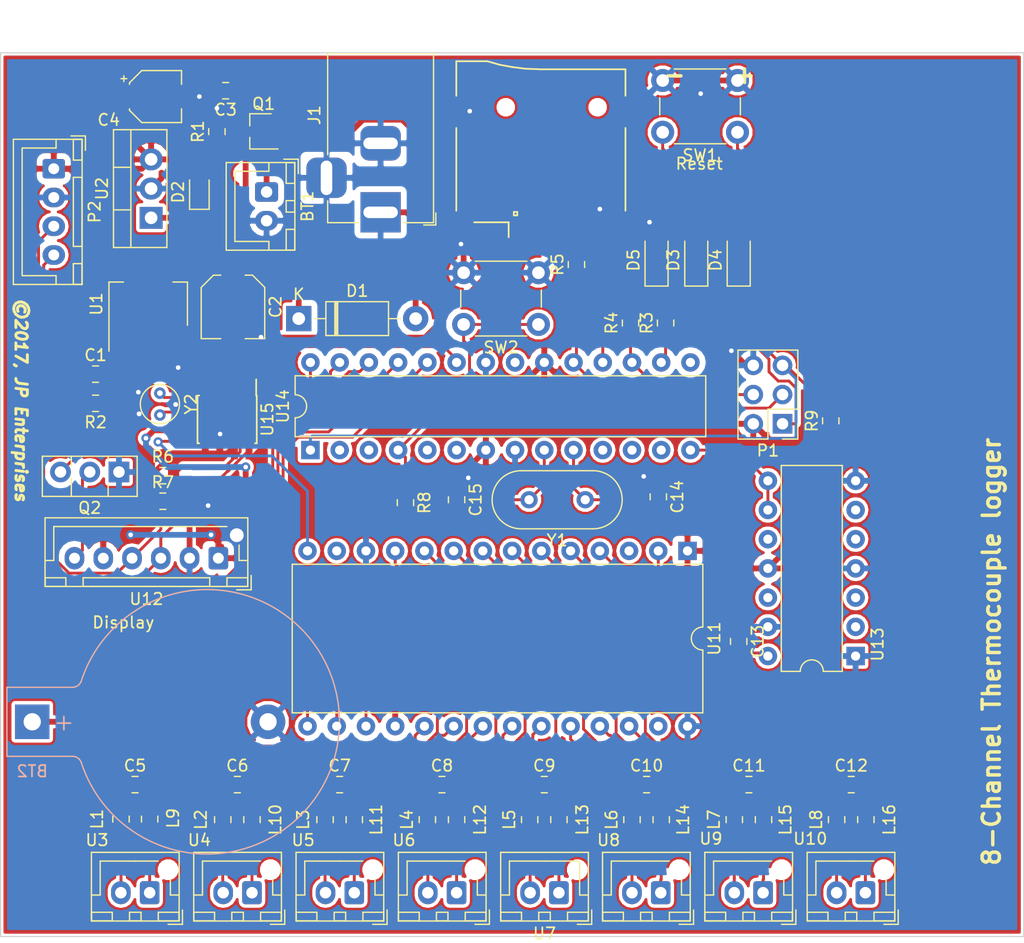
<source format=kicad_pcb>
(kicad_pcb (version 20171130) (host pcbnew "(5.0.2-4-gb601aea34)")
  (title_block (title "8-Channel Thermocouple datalogger") (date 2017-07-29) (rev ca9ed02408) (company "JP Enterprises"))
  (layers (0 F.Cu signal) (31 B.Cu signal) (34 B.Paste user) (35 F.Paste user) (36 B.SilkS user) (37 F.SilkS user) (38 B.Mask user) (39 F.Mask user) (44 Edge.Cuts user))
  (net 0 "")
  (net 1 GND)
  (net 2 "Net-(BT2-Pad1)")
  (net 3 5V0)
  (net 4 3V3)
  (net 5 9V0)
  (net 6 "/Thermocouple connectors/SB1")
  (net 7 "/Thermocouple connectors/SA1")
  (net 8 "/Thermocouple connectors/SA2")
  (net 9 "/Thermocouple connectors/SB2")
  (net 10 "/Thermocouple connectors/SB3")
  (net 11 "/Thermocouple connectors/SA3")
  (net 12 "/Thermocouple connectors/SA4")
  (net 13 "/Thermocouple connectors/SB4")
  (net 14 "/Thermocouple connectors/SB5")
  (net 15 "/Thermocouple connectors/SA5")
  (net 16 "/Thermocouple connectors/SA6")
  (net 17 "/Thermocouple connectors/SB6")
  (net 18 "/Thermocouple connectors/SB7")
  (net 19 "/Thermocouple connectors/SA7")
  (net 20 "/Thermocouple connectors/SA8")
  (net 21 "/Thermocouple connectors/SB8")
  (net 22 DB_MUX)
  (net 23 "Net-(C14-Pad2)")
  (net 24 "Net-(C15-Pad2)")
  (net 25 "Net-(D2-Pad2)")
  (net 26 "Net-(D3-Pad1)")
  (net 27 "Net-(D4-Pad1)")
  (net 28 "Net-(D5-Pad1)")
  (net 29 "Net-(L1-Pad2)")
  (net 30 "Net-(L2-Pad2)")
  (net 31 "Net-(L3-Pad2)")
  (net 32 "Net-(L4-Pad2)")
  (net 33 "Net-(L5-Pad2)")
  (net 34 "Net-(L6-Pad2)")
  (net 35 "Net-(L7-Pad2)")
  (net 36 "Net-(L8-Pad2)")
  (net 37 "Net-(L9-Pad1)")
  (net 38 "Net-(L10-Pad1)")
  (net 39 "Net-(L11-Pad1)")
  (net 40 "Net-(L12-Pad1)")
  (net 41 "Net-(L13-Pad1)")
  (net 42 "Net-(L14-Pad1)")
  (net 43 "Net-(L15-Pad1)")
  (net 44 "Net-(L16-Pad1)")
  (net 45 RESET)
  (net 46 MOSI)
  (net 47 SCK)
  (net 48 MISO)
  (net 49 SCL)
  (net 50 SDA)
  (net 51 "Net-(Q2-Pad3)")
  (net 52 "Net-(Q2-Pad2)")
  (net 53 B_LIGHT)
  (net 54 SS)
  (net 55 SLCT0)
  (net 56 SLCT1)
  (net 57 SLCT2)
  (net 58 TEMP)
  (net 59 "Net-(U13-Pad6)")
  (net 60 "Net-(U13-Pad12)")
  (net 61 "Net-(U13-Pad5)")
  (net 62 "Net-(U13-Pad10)")
  (net 63 "Net-(U13-Pad3)")
  (net 64 "Net-(U13-Pad2)")
  (net 65 "Net-(U14-Pad15)")
  (net 66 "Net-(U14-Pad2)")
  (net 67 "Net-(U14-Pad3)")
  (net 68 "Net-(U14-Pad5)")
  (net 69 "Net-(U14-Pad6)")
  (net 70 "Net-(U14-Pad21)")
  (net 71 "Net-(U14-Pad11)")
  (net 72 "Net-(U14-Pad12)")
  (net 73 "Net-(U14-Pad13)")
  (net 74 "Net-(U15-Pad7)")
  (net 75 "Net-(XS1-Pad1)")
  (net 76 "Net-(XS1-Pad8)")
  (net 77 "Net-(XS1-Pad9)")
  (net 78 /Thermocouple_PSU/Supply)
  (net 79 "Net-(R8-Pad1)")
  (net 80 "Net-(U15-Pad2)")
  (net 81 "Net-(U15-Pad1)")
  (net 82 "Net-(R1-Pad2)")
  (net 83 "Net-(R1-Pad1)")
  (net 84 "Net-(BT2-Pad2)")
  (module Capacitor_SMD:C_Elec_5x5.4 (layer F.Cu) (at 114.173 94.488 270)
    (fp_text reference C2 (at 0 -3.7 270) (layer F.SilkS))
    (fp_text value 47uF)
    (pad 1 smd roundrect (at -2.0625 0 270) (size 2.775 1.6) (layers F.Cu F.Paste F.Mask) (roundrect_rratio 0.15625) (net 4 3V3))
    (pad 2 smd roundrect (at 2.0625 0 270) (size 2.775 1.6) (layers F.Cu F.Paste F.Mask) (roundrect_rratio 0.15625) (net 1 GND))
  )
  (module Connector_JST:JST_XH_B02B-XH-A_1x02_P2.50mm_Vertical (layer F.Cu) (at 142.494 145.415 180)
    (fp_text reference U7 (at 1.25 -3.55 180) (layer F.SilkS))
    (fp_text value TC_Connector)
    (pad 2 thru_hole oval (at 2.5 0 180) (size 1.7 2) (drill 1) (layers *.Cu *.Mask) (net 33 "Net-(L5-Pad2)"))
    (pad 1 thru_hole roundrect (at 0 0 180) (size 1.7 2) (drill 1) (layers *.Cu *.Mask) (roundrect_rratio 0.147059) (net 41 "Net-(L13-Pad1)"))
  )
  (module Connector_JST:JST_XH_B02B-XH-A_1x02_P2.50mm_Vertical (layer F.Cu) (at 117.094 84.495 270)
    (fp_text reference BT1 (at 1.25 -3.55 270) (layer F.SilkS))
    (fp_text value 9V)
    (pad 1 thru_hole roundrect (at 0 0 270) (size 1.7 2) (drill 1) (layers *.Cu *.Mask) (roundrect_rratio 0.147059) (net 78 /Thermocouple_PSU/Supply))
    (pad 2 thru_hole oval (at 2.5 0 270) (size 1.7 2) (drill 1) (layers *.Cu *.Mask) (net 1 GND))
  )
  (module Connector_JST:JST_XH_B06B-XH-AM_1x06_P2.50mm_Vertical (layer F.Cu) (at 112.903 116.332 180)
    (fp_text reference U12 (at 6.25 -3.55 180) (layer F.SilkS))
    (fp_text value I2C_20x4_DISPLAY)
    (pad 1 thru_hole roundrect (at 0 0 180) (size 1.7 1.95) (drill 0.95) (layers *.Cu *.Mask) (roundrect_rratio 0.147059) (net 3 5V0))
    (pad 2 thru_hole oval (at 2.5 0 180) (size 1.7 1.95) (drill 0.95) (layers *.Cu *.Mask) (net 1 GND))
    (pad 3 thru_hole oval (at 5 0 180) (size 1.7 1.95) (drill 0.95) (layers *.Cu *.Mask) (net 50 SDA))
    (pad 4 thru_hole oval (at 7.5 0 180) (size 1.7 1.95) (drill 0.95) (layers *.Cu *.Mask) (net 49 SCL))
    (pad 5 thru_hole oval (at 10 0 180) (size 1.7 1.95) (drill 0.95) (layers *.Cu *.Mask) (net 3 5V0))
    (pad 6 thru_hole oval (at 12.5 0 180) (size 1.7 1.95) (drill 0.95) (layers *.Cu *.Mask) (net 52 "Net-(Q2-Pad2)"))
    (pad "" np_thru_hole circle (at -1.6 2 180) (size 1.2 1.2) (drill 1.2) (layers *.Cu *.Mask))
  )
  (module Package_SO:SOIC-8_3.9x4.9mm_P1.27mm (layer F.Cu) (at 113.665 104.267 270)
    (fp_text reference U15 (at 0 -3.5 270) (layer F.SilkS))
    (fp_text value DS1307+)
    (pad 1 smd rect (at -2.7 -1.905 270) (size 1.55 0.6) (layers F.Cu F.Paste F.Mask) (net 81 "Net-(U15-Pad1)"))
    (pad 2 smd rect (at -2.7 -0.635 270) (size 1.55 0.6) (layers F.Cu F.Paste F.Mask) (net 80 "Net-(U15-Pad2)"))
    (pad 3 smd rect (at -2.7 0.635 270) (size 1.55 0.6) (layers F.Cu F.Paste F.Mask) (net 2 "Net-(BT2-Pad1)"))
    (pad 4 smd rect (at -2.7 1.905 270) (size 1.55 0.6) (layers F.Cu F.Paste F.Mask) (net 1 GND))
    (pad 5 smd rect (at 2.7 1.905 270) (size 1.55 0.6) (layers F.Cu F.Paste F.Mask) (net 50 SDA))
    (pad 6 smd rect (at 2.7 0.635 270) (size 1.55 0.6) (layers F.Cu F.Paste F.Mask) (net 49 SCL))
    (pad 7 smd rect (at 2.7 -0.635 270) (size 1.55 0.6) (layers F.Cu F.Paste F.Mask) (net 74 "Net-(U15-Pad7)"))
    (pad 8 smd rect (at 2.7 -1.905 270) (size 1.55 0.6) (layers F.Cu F.Paste F.Mask) (net 3 5V0))
  )
  (module JP_Connectors:Conn_uSDcard (layer F.Cu) (at 140.927 77.13 180)
    (fp_text reference XS1)
    (fp_text value SD_ebay-uSD-push/push_SMD)
    (pad 6 smd rect (at 7.75 -0.4 180) (size 1.2 2.2) (layers F.Cu F.Paste F.Mask) (net 1 GND))
    (pad 6 smd rect (at -7.75 -0.4 180) (size 1.2 2.2) (layers F.Cu F.Paste F.Mask) (net 1 GND))
    (pad 6 smd rect (at 6.85 -10 180) (size 1.6 1.4) (layers F.Cu F.Paste F.Mask) (net 1 GND))
    (pad 6 smd rect (at -7.75 -10 180) (size 1.2 1.4) (layers F.Cu F.Paste F.Mask) (net 1 GND))
    (pad 9 smd rect (at -6.6 -10.5 180) (size 0.7 1.6) (layers F.Cu F.Paste F.Mask) (net 77 "Net-(XS1-Pad9)"))
    (pad 7 smd rect (at -4.4 -10.5 180) (size 0.7 1.6) (layers F.Cu F.Paste F.Mask) (net 48 MISO))
    (pad 8 smd rect (at -5.5 -10.5 180) (size 0.7 1.6) (layers F.Cu F.Paste F.Mask) (net 76 "Net-(XS1-Pad8)"))
    (pad 6 smd rect (at -3.3 -10.5 180) (size 0.7 1.6) (layers F.Cu F.Paste F.Mask) (net 1 GND))
    (pad 5 smd rect (at -2.2 -10.5 180) (size 0.7 1.6) (layers F.Cu F.Paste F.Mask) (net 28 "Net-(D5-Pad1)"))
    (pad 4 smd rect (at -1.1 -10.5 180) (size 0.7 1.6) (layers F.Cu F.Paste F.Mask) (net 4 3V3))
    (pad 1 smd rect (at 2.2 -10.5 180) (size 0.7 1.6) (layers F.Cu F.Paste F.Mask) (net 75 "Net-(XS1-Pad1)"))
    (pad 2 smd rect (at 1.1 -10.5 180) (size 0.7 1.6) (layers F.Cu F.Paste F.Mask) (net 27 "Net-(D4-Pad1)"))
    (pad "" np_thru_hole circle (at 3.05 0 180) (size 1 1) (drill 1) (layers *.Cu))
    (pad "" np_thru_hole circle (at -4.93 0 180) (size 1 1) (drill 1) (layers *.Cu))
    (pad 3 smd rect (at 0 -10.5 180) (size 0.7 1.6) (layers F.Cu F.Paste F.Mask) (net 26 "Net-(D3-Pad1)"))
  )
  (module Connector_BarrelJack:BarrelJack_Horizontal (layer F.Cu) (at 127 86.264 270)
    (fp_text reference J1 (at -8.45 5.75 270) (layer F.SilkS))
    (fp_text value Barrel_Jack)
    (pad 3 thru_hole roundrect (at -3 4.7 270) (size 3.5 3.5) (drill oval 3 1) (layers *.Cu *.Mask) (net 1 GND))
    (pad 2 thru_hole roundrect (at -6 0 270) (size 3 3.5) (drill oval 1 3) (layers *.Cu *.Mask) (net 1 GND))
    (pad 1 thru_hole rect (at 0 0 270) (size 3.5 3.5) (drill oval 1 3) (layers *.Cu *.Mask) (net 78 /Thermocouple_PSU/Supply))
  )
  (module Battery:BatteryHolder_Keystone_103_1x20mm (layer B.Cu) (at 96.731 130.556)
    (fp_text reference BT2 (at 0 4.3) (layer B.SilkS) (effects (justify mirror)))
    (fp_text value Battery)
    (fp_text user + (at 2.75 0) (layer B.SilkS) (effects (font (size 1.5 1.5)) (justify mirror)))
    (pad 1 thru_hole rect (at 0 0) (size 3 3) (drill 1.5) (layers *.Cu *.Mask) (net 2 "Net-(BT2-Pad1)"))
    (pad 2 thru_hole circle (at 20.49 0) (size 3 3) (drill 1.5) (layers *.Cu *.Mask) (net 84 "Net-(BT2-Pad2)"))
  )
  (module Package_TO_SOT_THT:TO-126-3_Vertical (layer F.Cu) (at 104.267 108.839 180)
    (fp_text reference Q2 (at 2.54 -3.12 180) (layer F.SilkS))
    (fp_text value BD139)
    (pad 3 thru_hole oval (at 5.08 0 180) (size 1.8 1.8) (drill 1) (layers *.Cu *.Mask) (net 51 "Net-(Q2-Pad3)"))
    (pad 2 thru_hole oval (at 2.54 0 180) (size 1.8 1.8) (drill 1) (layers *.Cu *.Mask) (net 52 "Net-(Q2-Pad2)"))
    (pad 1 thru_hole rect (at 0 0 180) (size 1.8 1.8) (drill 1) (layers *.Cu *.Mask) (net 1 GND))
  )
  (module Package_DIP:DIP-14_W7.62mm (layer F.Cu) (at 168.275 124.841 180)
    (fp_text reference U13 (at -1.905 1.016 270) (layer F.SilkS))
    (fp_text value AD595)
    (pad 14 thru_hole oval (at 7.62 0 180) (size 1.6 1.6) (drill 0.8) (layers *.Cu *.Mask) (net 22 DB_MUX))
    (pad 7 thru_hole oval (at 0 15.24 180) (size 1.6 1.6) (drill 0.8) (layers *.Cu *.Mask) (net 1 GND))
    (pad 13 thru_hole oval (at 7.62 2.54 180) (size 1.6 1.6) (drill 0.8) (layers *.Cu *.Mask) (net 1 GND))
    (pad 6 thru_hole oval (at 0 12.7 180) (size 1.6 1.6) (drill 0.8) (layers *.Cu *.Mask) (net 59 "Net-(U13-Pad6)"))
    (pad 12 thru_hole oval (at 7.62 5.08 180) (size 1.6 1.6) (drill 0.8) (layers *.Cu *.Mask) (net 60 "Net-(U13-Pad12)"))
    (pad 5 thru_hole oval (at 0 10.16 180) (size 1.6 1.6) (drill 0.8) (layers *.Cu *.Mask) (net 61 "Net-(U13-Pad5)"))
    (pad 11 thru_hole oval (at 7.62 7.62 180) (size 1.6 1.6) (drill 0.8) (layers *.Cu *.Mask) (net 3 5V0))
    (pad 4 thru_hole oval (at 0 7.62 180) (size 1.6 1.6) (drill 0.8) (layers *.Cu *.Mask) (net 1 GND))
    (pad 10 thru_hole oval (at 7.62 10.16 180) (size 1.6 1.6) (drill 0.8) (layers *.Cu *.Mask) (net 62 "Net-(U13-Pad10)"))
    (pad 3 thru_hole oval (at 0 5.08 180) (size 1.6 1.6) (drill 0.8) (layers *.Cu *.Mask) (net 63 "Net-(U13-Pad3)"))
    (pad 9 thru_hole oval (at 7.62 12.7 180) (size 1.6 1.6) (drill 0.8) (layers *.Cu *.Mask) (net 58 TEMP))
    (pad 2 thru_hole oval (at 0 2.54 180) (size 1.6 1.6) (drill 0.8) (layers *.Cu *.Mask) (net 64 "Net-(U13-Pad2)"))
    (pad 8 thru_hole oval (at 7.62 15.24 180) (size 1.6 1.6) (drill 0.8) (layers *.Cu *.Mask) (net 58 TEMP))
    (pad 1 thru_hole rect (at 0 0 180) (size 1.6 1.6) (drill 0.8) (layers *.Cu *.Mask) (net 1 GND))
  )
  (module Diode_THT:D_DO-41_SOD81_P10.16mm_Horizontal (layer F.Cu) (at 119.888 95.504)
    (fp_text reference D1 (at 5.08 -2.41) (layer F.SilkS))
    (fp_text value 1N4007)
    (fp_text user K (at 0 -2.1) (layer F.SilkS))
    (pad 2 thru_hole oval (at 10.16 0) (size 2.2 2.2) (drill 1.1) (layers *.Cu *.Mask) (net 78 /Thermocouple_PSU/Supply))
    (pad 1 thru_hole rect (at 0 0) (size 2.2 2.2) (drill 1.1) (layers *.Cu *.Mask) (net 5 9V0))
  )
  (module Button_Switch_THT:SW_PUSH_6mm_H5mm (layer F.Cu) (at 140.716 96.012 180)
    (fp_text reference SW2 (at 3.25 -2 180) (layer F.SilkS))
    (fp_text value SW_Push)
    (pad 1 thru_hole circle (at 6.5 0 270) (size 2 2) (drill 1.1) (layers *.Cu *.Mask) (net 79 "Net-(R8-Pad1)"))
    (pad 2 thru_hole circle (at 6.5 4.5 270) (size 2 2) (drill 1.1) (layers *.Cu *.Mask) (net 1 GND))
    (pad 1 thru_hole circle (at 0 0 270) (size 2 2) (drill 1.1) (layers *.Cu *.Mask) (net 79 "Net-(R8-Pad1)"))
    (pad 2 thru_hole circle (at 0 4.5 270) (size 2 2) (drill 1.1) (layers *.Cu *.Mask) (net 1 GND))
  )
  (module Button_Switch_THT:SW_PUSH_6mm_H5mm (layer F.Cu) (at 158.011 79.303 180)
    (fp_text reference SW1 (at 3.25 -2 180) (layer F.SilkS))
    (fp_text value SW_Push)
    (pad 1 thru_hole circle (at 6.5 0 270) (size 2 2) (drill 1.1) (layers *.Cu *.Mask) (net 45 RESET))
    (pad 2 thru_hole circle (at 6.5 4.5 270) (size 2 2) (drill 1.1) (layers *.Cu *.Mask) (net 1 GND))
    (pad 1 thru_hole circle (at 0 0 270) (size 2 2) (drill 1.1) (layers *.Cu *.Mask) (net 45 RESET))
    (pad 2 thru_hole circle (at 0 4.5 270) (size 2 2) (drill 1.1) (layers *.Cu *.Mask) (net 1 GND))
  )
  (module Connector_PinHeader_2.54mm:PinHeader_2x03_P2.54mm_Vertical (layer F.Cu) (at 161.925 104.648 180)
    (fp_text reference P1 (at 1.27 -2.33 180) (layer F.SilkS))
    (fp_text value CONN_02X03)
    (pad 6 thru_hole oval (at 2.54 5.08 180) (size 1.7 1.7) (drill 1) (layers *.Cu *.Mask) (net 1 GND))
    (pad 5 thru_hole oval (at 0 5.08 180) (size 1.7 1.7) (drill 1) (layers *.Cu *.Mask) (net 45 RESET))
    (pad 4 thru_hole oval (at 2.54 2.54 180) (size 1.7 1.7) (drill 1) (layers *.Cu *.Mask) (net 46 MOSI))
    (pad 3 thru_hole oval (at 0 2.54 180) (size 1.7 1.7) (drill 1) (layers *.Cu *.Mask) (net 47 SCK))
    (pad 2 thru_hole oval (at 2.54 0 180) (size 1.7 1.7) (drill 1) (layers *.Cu *.Mask) (net 3 5V0))
    (pad 1 thru_hole rect (at 0 0 180) (size 1.7 1.7) (drill 1) (layers *.Cu *.Mask) (net 48 MISO))
  )
  (module Package_TO_SOT_SMD:SOT-223 (layer F.Cu) (at 106.807 94.234 90)
    (fp_text reference U1 (at 0 -4.5 90) (layer F.SilkS))
    (fp_text value LM3940)
    (pad 1 smd rect (at -3.15 -2.3 90) (size 2 1.5) (layers F.Cu F.Paste F.Mask) (net 3 5V0))
    (pad 3 smd rect (at -3.15 2.3 90) (size 2 1.5) (layers F.Cu F.Paste F.Mask) (net 4 3V3))
    (pad 2 smd rect (at -3.15 0 90) (size 2 1.5) (layers F.Cu F.Paste F.Mask) (net 1 GND))
    (pad 4 smd rect (at 3.15 0 90) (size 2 3.8) (layers F.Cu F.Paste F.Mask))
  )
  (module Package_TO_SOT_THT:TO-220-3_Vertical (layer F.Cu) (at 107.061 86.741 90)
    (fp_text reference U2 (at 2.54 -4.27 90) (layer F.SilkS))
    (fp_text value 7805)
    (pad 3 thru_hole oval (at 5.08 0 90) (size 1.905 2) (drill 1.1) (layers *.Cu *.Mask) (net 3 5V0))
    (pad 2 thru_hole oval (at 2.54 0 90) (size 1.905 2) (drill 1.1) (layers *.Cu *.Mask) (net 1 GND))
    (pad 1 thru_hole rect (at 0 0 90) (size 1.905 2) (drill 1.1) (layers *.Cu *.Mask) (net 5 9V0))
  )
  (module Package_TO_SOT_SMD:TSOT-23 (layer F.Cu) (at 116.586 79.248 180)
    (fp_text reference Q1 (at -0.254 2.413 180) (layer F.SilkS))
    (fp_text value BS250)
    (pad 3 smd rect (at 1.31 0 180) (size 1.22 0.65) (layers F.Cu F.Paste F.Mask) (net 5 9V0))
    (pad 2 smd rect (at -1.31 0.95 180) (size 1.22 0.65) (layers F.Cu F.Paste F.Mask) (net 25 "Net-(D2-Pad2)"))
    (pad 1 smd rect (at -1.31 -0.95 180) (size 1.22 0.65) (layers F.Cu F.Paste F.Mask) (net 78 /Thermocouple_PSU/Supply))
  )
  (module Connector_JST:JST_XH_B02B-XH-AM_1x02_P2.50mm_Vertical (layer F.Cu) (at 106.934 145.415 180)
    (fp_text reference U3 (at 4.572 4.572 180) (layer F.SilkS))
    (fp_text value TC_Connector)
    (pad "" np_thru_hole circle (at -1.6 2 180) (size 1.2 1.2) (drill 1.2) (layers *.Cu *.Mask))
    (pad 2 thru_hole oval (at 2.5 0 180) (size 1.7 2) (drill 1) (layers *.Cu *.Mask) (net 29 "Net-(L1-Pad2)"))
    (pad 1 thru_hole roundrect (at 0 0 180) (size 1.7 2) (drill 1) (layers *.Cu *.Mask) (roundrect_rratio 0.147059) (net 37 "Net-(L9-Pad1)"))
  )
  (module Connector_JST:JST_XH_B02B-XH-AM_1x02_P2.50mm_Vertical (layer F.Cu) (at 115.824 145.415 180)
    (fp_text reference U4 (at 4.572 4.572 180) (layer F.SilkS))
    (fp_text value TC_Connector)
    (pad "" np_thru_hole circle (at -1.6 2 180) (size 1.2 1.2) (drill 1.2) (layers *.Cu *.Mask))
    (pad 2 thru_hole oval (at 2.5 0 180) (size 1.7 2) (drill 1) (layers *.Cu *.Mask) (net 30 "Net-(L2-Pad2)"))
    (pad 1 thru_hole roundrect (at 0 0 180) (size 1.7 2) (drill 1) (layers *.Cu *.Mask) (roundrect_rratio 0.147059) (net 38 "Net-(L10-Pad1)"))
  )
  (module Connector_JST:JST_XH_B02B-XH-AM_1x02_P2.50mm_Vertical (layer F.Cu) (at 124.714 145.415 180)
    (fp_text reference U5 (at 4.445 4.572 180) (layer F.SilkS))
    (fp_text value TC_Connector)
    (pad "" np_thru_hole circle (at -1.6 2 180) (size 1.2 1.2) (drill 1.2) (layers *.Cu *.Mask))
    (pad 2 thru_hole oval (at 2.5 0 180) (size 1.7 2) (drill 1) (layers *.Cu *.Mask) (net 31 "Net-(L3-Pad2)"))
    (pad 1 thru_hole roundrect (at 0 0 180) (size 1.7 2) (drill 1) (layers *.Cu *.Mask) (roundrect_rratio 0.147059) (net 39 "Net-(L11-Pad1)"))
  )
  (module Connector_JST:JST_XH_B02B-XH-AM_1x02_P2.50mm_Vertical (layer F.Cu) (at 133.604 145.415 180)
    (fp_text reference U6 (at 4.572 4.572 180) (layer F.SilkS))
    (fp_text value TC_Connector)
    (pad "" np_thru_hole circle (at -1.6 2 180) (size 1.2 1.2) (drill 1.2) (layers *.Cu *.Mask))
    (pad 2 thru_hole oval (at 2.5 0 180) (size 1.7 2) (drill 1) (layers *.Cu *.Mask) (net 32 "Net-(L4-Pad2)"))
    (pad 1 thru_hole roundrect (at 0 0 180) (size 1.7 2) (drill 1) (layers *.Cu *.Mask) (roundrect_rratio 0.147059) (net 40 "Net-(L12-Pad1)"))
  )
  (module Connector_JST:JST_XH_B02B-XH-AM_1x02_P2.50mm_Vertical (layer F.Cu) (at 151.344 145.415 180)
    (fp_text reference U8 (at 4.532 4.572 180) (layer F.SilkS))
    (fp_text value TC_Connector)
    (pad "" np_thru_hole circle (at -1.6 2 180) (size 1.2 1.2) (drill 1.2) (layers *.Cu *.Mask))
    (pad 2 thru_hole oval (at 2.5 0 180) (size 1.7 2) (drill 1) (layers *.Cu *.Mask) (net 34 "Net-(L6-Pad2)"))
    (pad 1 thru_hole roundrect (at 0 0 180) (size 1.7 2) (drill 1) (layers *.Cu *.Mask) (roundrect_rratio 0.147059) (net 42 "Net-(L14-Pad1)"))
  )
  (module Connector_JST:JST_XH_B02B-XH-AM_1x02_P2.50mm_Vertical (layer F.Cu) (at 160.234 145.415 180)
    (fp_text reference U9 (at 4.532 4.699 180) (layer F.SilkS))
    (fp_text value TC_Connector)
    (pad "" np_thru_hole circle (at -1.6 2 180) (size 1.2 1.2) (drill 1.2) (layers *.Cu *.Mask))
    (pad 2 thru_hole oval (at 2.5 0 180) (size 1.7 2) (drill 1) (layers *.Cu *.Mask) (net 35 "Net-(L7-Pad2)"))
    (pad 1 thru_hole roundrect (at 0 0 180) (size 1.7 2) (drill 1) (layers *.Cu *.Mask) (roundrect_rratio 0.147059) (net 43 "Net-(L15-Pad1)"))
  )
  (module Connector_JST:JST_XH_B02B-XH-AM_1x02_P2.50mm_Vertical (layer F.Cu) (at 169.124 145.415 180)
    (fp_text reference U10 (at 4.786 4.699 180) (layer F.SilkS))
    (fp_text value TC_Connector)
    (pad "" np_thru_hole circle (at -1.6 2 180) (size 1.2 1.2) (drill 1.2) (layers *.Cu *.Mask))
    (pad 2 thru_hole oval (at 2.5 0 180) (size 1.7 2) (drill 1) (layers *.Cu *.Mask) (net 36 "Net-(L8-Pad2)"))
    (pad 1 thru_hole roundrect (at 0 0 180) (size 1.7 2) (drill 1) (layers *.Cu *.Mask) (roundrect_rratio 0.147059) (net 44 "Net-(L16-Pad1)"))
  )
  (module Crystal:Crystal_Round_D3.0mm_Vertical (layer F.Cu) (at 107.823 101.986 270)
    (fp_text reference Y2 (at 0.95 -2.7 270) (layer F.SilkS))
    (fp_text value 32.768kHz)
    (pad 2 thru_hole circle (at 1.9 0 270) (size 1 1) (drill 0.5) (layers *.Cu *.Mask) (net 81 "Net-(U15-Pad1)"))
    (pad 1 thru_hole circle (at 0 0 270) (size 1 1) (drill 0.5) (layers *.Cu *.Mask) (net 80 "Net-(U15-Pad2)"))
  )
  (module Package_DIP:DIP-28_W7.62mm (layer F.Cu) (at 120.904 106.934 90)
    (fp_text reference U14 (at 3.81 -2.39 90) (layer F.SilkS))
    (fp_text value ATMEGA328P-PU)
    (pad 28 thru_hole oval (at 7.62 0 90) (size 1.6 1.6) (drill 0.8) (layers *.Cu *.Mask) (net 49 SCL))
    (pad 14 thru_hole oval (at 0 33.02 90) (size 1.6 1.6) (drill 0.8) (layers *.Cu *.Mask) (net 53 B_LIGHT))
    (pad 27 thru_hole oval (at 7.62 2.54 90) (size 1.6 1.6) (drill 0.8) (layers *.Cu *.Mask) (net 50 SDA))
    (pad 13 thru_hole oval (at 0 30.48 90) (size 1.6 1.6) (drill 0.8) (layers *.Cu *.Mask) (net 73 "Net-(U14-Pad13)"))
    (pad 26 thru_hole oval (at 7.62 5.08 90) (size 1.6 1.6) (drill 0.8) (layers *.Cu *.Mask) (net 57 SLCT2))
    (pad 12 thru_hole oval (at 0 27.94 90) (size 1.6 1.6) (drill 0.8) (layers *.Cu *.Mask) (net 72 "Net-(U14-Pad12)"))
    (pad 25 thru_hole oval (at 7.62 7.62 90) (size 1.6 1.6) (drill 0.8) (layers *.Cu *.Mask) (net 56 SLCT1))
    (pad 11 thru_hole oval (at 0 25.4 90) (size 1.6 1.6) (drill 0.8) (layers *.Cu *.Mask) (net 71 "Net-(U14-Pad11)"))
    (pad 24 thru_hole oval (at 7.62 10.16 90) (size 1.6 1.6) (drill 0.8) (layers *.Cu *.Mask) (net 55 SLCT0))
    (pad 10 thru_hole oval (at 0 22.86 90) (size 1.6 1.6) (drill 0.8) (layers *.Cu *.Mask) (net 23 "Net-(C14-Pad2)"))
    (pad 23 thru_hole oval (at 7.62 12.7 90) (size 1.6 1.6) (drill 0.8) (layers *.Cu *.Mask) (net 58 TEMP))
    (pad 9 thru_hole oval (at 0 20.32 90) (size 1.6 1.6) (drill 0.8) (layers *.Cu *.Mask) (net 24 "Net-(C15-Pad2)"))
    (pad 22 thru_hole oval (at 7.62 15.24 90) (size 1.6 1.6) (drill 0.8) (layers *.Cu *.Mask) (net 1 GND))
    (pad 8 thru_hole oval (at 0 17.78 90) (size 1.6 1.6) (drill 0.8) (layers *.Cu *.Mask) (net 1 GND))
    (pad 21 thru_hole oval (at 7.62 17.78 90) (size 1.6 1.6) (drill 0.8) (layers *.Cu *.Mask) (net 70 "Net-(U14-Pad21)"))
    (pad 7 thru_hole oval (at 0 15.24 90) (size 1.6 1.6) (drill 0.8) (layers *.Cu *.Mask) (net 3 5V0))
    (pad 20 thru_hole oval (at 7.62 20.32 90) (size 1.6 1.6) (drill 0.8) (layers *.Cu *.Mask) (net 3 5V0))
    (pad 6 thru_hole oval (at 0 12.7 90) (size 1.6 1.6) (drill 0.8) (layers *.Cu *.Mask) (net 69 "Net-(U14-Pad6)"))
    (pad 19 thru_hole oval (at 7.62 22.86 90) (size 1.6 1.6) (drill 0.8) (layers *.Cu *.Mask) (net 47 SCK))
    (pad 5 thru_hole oval (at 0 10.16 90) (size 1.6 1.6) (drill 0.8) (layers *.Cu *.Mask) (net 68 "Net-(U14-Pad5)"))
    (pad 18 thru_hole oval (at 7.62 25.4 90) (size 1.6 1.6) (drill 0.8) (layers *.Cu *.Mask) (net 48 MISO))
    (pad 4 thru_hole oval (at 0 7.62 90) (size 1.6 1.6) (drill 0.8) (layers *.Cu *.Mask) (net 79 "Net-(R8-Pad1)"))
    (pad 17 thru_hole oval (at 7.62 27.94 90) (size 1.6 1.6) (drill 0.8) (layers *.Cu *.Mask) (net 46 MOSI))
    (pad 3 thru_hole oval (at 0 5.08 90) (size 1.6 1.6) (drill 0.8) (layers *.Cu *.Mask) (net 67 "Net-(U14-Pad3)"))
    (pad 16 thru_hole oval (at 7.62 30.48 90) (size 1.6 1.6) (drill 0.8) (layers *.Cu *.Mask) (net 54 SS))
    (pad 2 thru_hole oval (at 0 2.54 90) (size 1.6 1.6) (drill 0.8) (layers *.Cu *.Mask) (net 66 "Net-(U14-Pad2)"))
    (pad 15 thru_hole oval (at 7.62 33.02 90) (size 1.6 1.6) (drill 0.8) (layers *.Cu *.Mask) (net 65 "Net-(U14-Pad15)"))
    (pad 1 thru_hole rect (at 0 0 90) (size 1.6 1.6) (drill 0.8) (layers *.Cu *.Mask) (net 45 RESET))
  )
  (module Package_DIP:DIP-28_W15.24mm (layer F.Cu) (at 153.67 115.697 270)
    (fp_text reference U11 (at 7.62 -2.33 270) (layer F.SilkS))
    (fp_text value ADG407)
    (pad 28 thru_hole oval (at 15.24 0 270) (size 1.6 1.6) (drill 0.8) (layers *.Cu *.Mask) (net 1 GND))
    (pad 14 thru_hole oval (at 0 33.02 270) (size 1.6 1.6) (drill 0.8) (layers *.Cu *.Mask))
    (pad 27 thru_hole oval (at 15.24 2.54 270) (size 1.6 1.6) (drill 0.8) (layers *.Cu *.Mask))
    (pad 13 thru_hole oval (at 0 30.48 270) (size 1.6 1.6) (drill 0.8) (layers *.Cu *.Mask))
    (pad 26 thru_hole oval (at 15.24 5.08 270) (size 1.6 1.6) (drill 0.8) (layers *.Cu *.Mask) (net 20 "/Thermocouple connectors/SA8"))
    (pad 12 thru_hole oval (at 0 27.94 270) (size 1.6 1.6) (drill 0.8) (layers *.Cu *.Mask) (net 1 GND))
    (pad 25 thru_hole oval (at 15.24 7.62 270) (size 1.6 1.6) (drill 0.8) (layers *.Cu *.Mask) (net 19 "/Thermocouple connectors/SA7"))
    (pad 11 thru_hole oval (at 0 25.4 270) (size 1.6 1.6) (drill 0.8) (layers *.Cu *.Mask) (net 6 "/Thermocouple connectors/SB1"))
    (pad 24 thru_hole oval (at 15.24 10.16 270) (size 1.6 1.6) (drill 0.8) (layers *.Cu *.Mask) (net 16 "/Thermocouple connectors/SA6"))
    (pad 10 thru_hole oval (at 0 22.86 270) (size 1.6 1.6) (drill 0.8) (layers *.Cu *.Mask) (net 9 "/Thermocouple connectors/SB2"))
    (pad 23 thru_hole oval (at 15.24 12.7 270) (size 1.6 1.6) (drill 0.8) (layers *.Cu *.Mask) (net 15 "/Thermocouple connectors/SA5"))
    (pad 9 thru_hole oval (at 0 20.32 270) (size 1.6 1.6) (drill 0.8) (layers *.Cu *.Mask) (net 10 "/Thermocouple connectors/SB3"))
    (pad 22 thru_hole oval (at 15.24 15.24 270) (size 1.6 1.6) (drill 0.8) (layers *.Cu *.Mask) (net 12 "/Thermocouple connectors/SA4"))
    (pad 8 thru_hole oval (at 0 17.78 270) (size 1.6 1.6) (drill 0.8) (layers *.Cu *.Mask) (net 13 "/Thermocouple connectors/SB4"))
    (pad 21 thru_hole oval (at 15.24 17.78 270) (size 1.6 1.6) (drill 0.8) (layers *.Cu *.Mask) (net 11 "/Thermocouple connectors/SA3"))
    (pad 7 thru_hole oval (at 0 15.24 270) (size 1.6 1.6) (drill 0.8) (layers *.Cu *.Mask) (net 14 "/Thermocouple connectors/SB5"))
    (pad 20 thru_hole oval (at 15.24 20.32 270) (size 1.6 1.6) (drill 0.8) (layers *.Cu *.Mask) (net 8 "/Thermocouple connectors/SA2"))
    (pad 6 thru_hole oval (at 0 12.7 270) (size 1.6 1.6) (drill 0.8) (layers *.Cu *.Mask) (net 17 "/Thermocouple connectors/SB6"))
    (pad 19 thru_hole oval (at 15.24 22.86 270) (size 1.6 1.6) (drill 0.8) (layers *.Cu *.Mask) (net 7 "/Thermocouple connectors/SA1"))
    (pad 5 thru_hole oval (at 0 10.16 270) (size 1.6 1.6) (drill 0.8) (layers *.Cu *.Mask) (net 18 "/Thermocouple connectors/SB7"))
    (pad 18 thru_hole oval (at 15.24 25.4 270) (size 1.6 1.6) (drill 0.8) (layers *.Cu *.Mask) (net 3 5V0))
    (pad 4 thru_hole oval (at 0 7.62 270) (size 1.6 1.6) (drill 0.8) (layers *.Cu *.Mask) (net 21 "/Thermocouple connectors/SB8"))
    (pad 17 thru_hole oval (at 15.24 27.94 270) (size 1.6 1.6) (drill 0.8) (layers *.Cu *.Mask) (net 55 SLCT0))
    (pad 3 thru_hole oval (at 0 5.08 270) (size 1.6 1.6) (drill 0.8) (layers *.Cu *.Mask))
    (pad 16 thru_hole oval (at 15.24 30.48 270) (size 1.6 1.6) (drill 0.8) (layers *.Cu *.Mask) (net 56 SLCT1))
    (pad 2 thru_hole oval (at 0 2.54 270) (size 1.6 1.6) (drill 0.8) (layers *.Cu *.Mask) (net 22 DB_MUX))
    (pad 15 thru_hole oval (at 15.24 33.02 270) (size 1.6 1.6) (drill 0.8) (layers *.Cu *.Mask) (net 57 SLCT2))
    (pad 1 thru_hole rect (at 0 0 270) (size 1.6 1.6) (drill 0.8) (layers *.Cu *.Mask) (net 3 5V0))
  )
  (module Crystal:Crystal_HC49-U_Vertical (layer F.Cu) (at 144.78 111.252 180)
    (fp_text reference Y1 (at 2.44 -3.525 180) (layer F.SilkS))
    (fp_text value 16MHz)
    (pad 2 thru_hole circle (at 4.88 0 180) (size 1.5 1.5) (drill 0.8) (layers *.Cu *.Mask) (net 24 "Net-(C15-Pad2)"))
    (pad 1 thru_hole circle (at 0 0 180) (size 1.5 1.5) (drill 0.8) (layers *.Cu *.Mask) (net 23 "Net-(C14-Pad2)"))
  )
  (module Diode_SMD:D_SOD-323 (layer F.Cu) (at 111.252 84.502 90)
    (fp_text reference D2 (at 0 -1.85 90) (layer F.SilkS))
    (fp_text value 9V)
    (pad 2 smd rect (at 1.05 0 90) (size 0.6 0.45) (layers F.Cu F.Paste F.Mask) (net 25 "Net-(D2-Pad2)"))
    (pad 1 smd rect (at -1.05 0 90) (size 0.6 0.45) (layers F.Cu F.Paste F.Mask) (net 5 9V0))
  )
  (module Diode_SMD:D_SOD-123 (layer F.Cu) (at 158.115 90.424 90)
    (fp_text reference D4 (at 0 -2 90) (layer F.SilkS))
    (fp_text value 3.3V)
    (pad 2 smd rect (at 1.65 0 90) (size 0.9 1.2) (layers F.Cu F.Paste F.Mask) (net 1 GND))
    (pad 1 smd rect (at -1.65 0 90) (size 0.9 1.2) (layers F.Cu F.Paste F.Mask) (net 27 "Net-(D4-Pad1)"))
  )
  (module Diode_SMD:D_SOD-123 (layer F.Cu) (at 154.432 90.424 90)
    (fp_text reference D3 (at 0 -2 90) (layer F.SilkS))
    (fp_text value 3.3V)
    (pad 2 smd rect (at 1.65 0 90) (size 0.9 1.2) (layers F.Cu F.Paste F.Mask) (net 1 GND))
    (pad 1 smd rect (at -1.65 0 90) (size 0.9 1.2) (layers F.Cu F.Paste F.Mask) (net 26 "Net-(D3-Pad1)"))
  )
  (module Diode_SMD:D_SOD-123 (layer F.Cu) (at 150.9776 90.424 90)
    (fp_text reference D5 (at 0 -2 90) (layer F.SilkS))
    (fp_text value 3.3V)
    (pad 2 smd rect (at 1.65 0 90) (size 0.9 1.2) (layers F.Cu F.Paste F.Mask) (net 1 GND))
    (pad 1 smd rect (at -1.65 0 90) (size 0.9 1.2) (layers F.Cu F.Paste F.Mask) (net 28 "Net-(D5-Pad1)"))
  )
  (module Resistor_SMD:R_0805_2012Metric (layer F.Cu) (at 108.077 111.379)
    (fp_text reference R7 (at 0 -1.65) (layer F.SilkS))
    (fp_text value 10K)
    (pad 2 smd roundrect (at 0.9375 0) (size 0.975 1.4) (layers F.Cu F.Paste F.Mask) (net 50 SDA))
    (pad 1 smd roundrect (at -0.9375 0) (size 0.975 1.4) (layers F.Cu F.Paste F.Mask) (net 3 5V0))
  )
  (module Resistor_SMD:R_0805_2012Metric (layer F.Cu) (at 108.077 109.1565)
    (fp_text reference R6 (at 0 -1.65) (layer F.SilkS))
    (fp_text value 10K)
    (pad 2 smd roundrect (at 0.9375 0) (size 0.975 1.4) (layers F.Cu F.Paste F.Mask) (net 49 SCL))
    (pad 1 smd roundrect (at -0.9375 0) (size 0.975 1.4) (layers F.Cu F.Paste F.Mask) (net 3 5V0))
  )
  (module Resistor_SMD:R_0805_2012Metric (layer F.Cu) (at 129.159 111.506 270)
    (fp_text reference R8 (at 0 -1.65 270) (layer F.SilkS))
    (fp_text value 10K)
    (pad 2 smd roundrect (at 0.9375 0 270) (size 0.975 1.4) (layers F.Cu F.Paste F.Mask) (net 3 5V0))
    (pad 1 smd roundrect (at -0.9375 0 270) (size 0.975 1.4) (layers F.Cu F.Paste F.Mask) (net 79 "Net-(R8-Pad1)"))
  )
  (module Resistor_SMD:R_0805_2012Metric (layer F.Cu) (at 112.776 79.248 90)
    (fp_text reference R1 (at 0 -1.65 90) (layer F.SilkS))
    (fp_text value 10K)
    (pad 2 smd roundrect (at 0.9375 0 90) (size 0.975 1.4) (layers F.Cu F.Paste F.Mask) (net 82 "Net-(R1-Pad2)"))
    (pad 1 smd roundrect (at -0.9375 0 90) (size 0.975 1.4) (layers F.Cu F.Paste F.Mask) (net 83 "Net-(R1-Pad1)"))
  )
  (module Resistor_SMD:R_0805_2012Metric (layer F.Cu) (at 148.717 95.885 90)
    (fp_text reference R4 (at 0 -1.65 90) (layer F.SilkS))
    (fp_text value 220R)
    (pad 2 smd roundrect (at 0.9375 0 90) (size 0.975 1.4) (layers F.Cu F.Paste F.Mask) (net 26 "Net-(D3-Pad1)"))
    (pad 1 smd roundrect (at -0.9375 0 90) (size 0.975 1.4) (layers F.Cu F.Paste F.Mask) (net 46 MOSI))
  )
  (module Resistor_SMD:R_0805_2012Metric (layer F.Cu) (at 144.018 90.805 90)
    (fp_text reference R5 (at 0 -1.65 90) (layer F.SilkS))
    (fp_text value 220R)
    (pad 2 smd roundrect (at 0.9375 0 90) (size 0.975 1.4) (layers F.Cu F.Paste F.Mask) (net 28 "Net-(D5-Pad1)"))
    (pad 1 smd roundrect (at -0.9375 0 90) (size 0.975 1.4) (layers F.Cu F.Paste F.Mask) (net 47 SCK))
  )
  (module Resistor_SMD:R_0805_2012Metric (layer F.Cu) (at 151.765 95.885 90)
    (fp_text reference R3 (at 0 -1.65 90) (layer F.SilkS))
    (fp_text value 220R)
    (pad 2 smd roundrect (at 0.9375 0 90) (size 0.975 1.4) (layers F.Cu F.Paste F.Mask) (net 27 "Net-(D4-Pad1)"))
    (pad 1 smd roundrect (at -0.9375 0 90) (size 0.975 1.4) (layers F.Cu F.Paste F.Mask) (net 54 SS))
  )
  (module Resistor_SMD:R_0805_2012Metric (layer F.Cu) (at 102.235 102.87 180)
    (fp_text reference R2 (at 0 -1.65 180) (layer F.SilkS))
    (fp_text value 10K)
    (pad 2 smd roundrect (at 0.9375 0 180) (size 0.975 1.4) (layers F.Cu F.Paste F.Mask) (net 51 "Net-(Q2-Pad3)"))
    (pad 1 smd roundrect (at -0.9375 0 180) (size 0.975 1.4) (layers F.Cu F.Paste F.Mask) (net 53 B_LIGHT))
  )
  (module Inductor_SMD:L_0805_2012Metric (layer F.Cu) (at 142.494 139.065 90)
    (fp_text reference L13 (at 0 2.032 90) (layer F.SilkS))
    (fp_text value 150)
    (pad 2 smd roundrect (at 0.9375 0 90) (size 0.975 1.4) (layers F.Cu F.Paste F.Mask) (net 14 "/Thermocouple connectors/SB5"))
    (pad 1 smd roundrect (at -0.9375 0 90) (size 0.975 1.4) (layers F.Cu F.Paste F.Mask) (net 41 "Net-(L13-Pad1)"))
  )
  (module Inductor_SMD:L_0805_2012Metric (layer F.Cu) (at 157.734 139.065 270)
    (fp_text reference L7 (at 0 1.778 270) (layer F.SilkS))
    (fp_text value 150)
    (pad 2 smd roundrect (at 0.9375 0 270) (size 0.975 1.4) (layers F.Cu F.Paste F.Mask) (net 35 "Net-(L7-Pad2)"))
    (pad 1 smd roundrect (at -0.9375 0 270) (size 0.975 1.4) (layers F.Cu F.Paste F.Mask) (net 19 "/Thermocouple connectors/SA7"))
  )
  (module Inductor_SMD:L_0805_2012Metric (layer F.Cu) (at 106.934 139.0142 90)
    (fp_text reference L9 (at 0.0762 2.032 90) (layer F.SilkS))
    (fp_text value 150)
    (pad 2 smd roundrect (at 0.9375 0 90) (size 0.975 1.4) (layers F.Cu F.Paste F.Mask) (net 6 "/Thermocouple connectors/SB1"))
    (pad 1 smd roundrect (at -0.9375 0 90) (size 0.975 1.4) (layers F.Cu F.Paste F.Mask) (net 37 "Net-(L9-Pad1)"))
  )
  (module Inductor_SMD:L_0805_2012Metric (layer F.Cu) (at 104.4448 139.0142 270)
    (fp_text reference L1 (at 0 2.0828 270) (layer F.SilkS))
    (fp_text value 150)
    (pad 2 smd roundrect (at 0.9375 0 270) (size 0.975 1.4) (layers F.Cu F.Paste F.Mask) (net 29 "Net-(L1-Pad2)"))
    (pad 1 smd roundrect (at -0.9375 0 270) (size 0.975 1.4) (layers F.Cu F.Paste F.Mask) (net 7 "/Thermocouple connectors/SA1"))
  )
  (module Inductor_SMD:L_0805_2012Metric (layer F.Cu) (at 113.284 139.065 270)
    (fp_text reference L2 (at 0 1.905 270) (layer F.SilkS))
    (fp_text value 150)
    (pad 2 smd roundrect (at 0.9375 0 270) (size 0.975 1.4) (layers F.Cu F.Paste F.Mask) (net 30 "Net-(L2-Pad2)"))
    (pad 1 smd roundrect (at -0.9375 0 270) (size 0.975 1.4) (layers F.Cu F.Paste F.Mask) (net 8 "/Thermocouple connectors/SA2"))
  )
  (module Inductor_SMD:L_0805_2012Metric (layer F.Cu) (at 122.174 139.065 270)
    (fp_text reference L3 (at 0 1.905 270) (layer F.SilkS))
    (fp_text value 150)
    (pad 2 smd roundrect (at 0.9375 0 270) (size 0.975 1.4) (layers F.Cu F.Paste F.Mask) (net 31 "Net-(L3-Pad2)"))
    (pad 1 smd roundrect (at -0.9375 0 270) (size 0.975 1.4) (layers F.Cu F.Paste F.Mask) (net 11 "/Thermocouple connectors/SA3"))
  )
  (module Inductor_SMD:L_0805_2012Metric (layer F.Cu) (at 131.064 139.065 270)
    (fp_text reference L4 (at 0 1.778 270) (layer F.SilkS))
    (fp_text value 150)
    (pad 2 smd roundrect (at 0.9375 0 270) (size 0.975 1.4) (layers F.Cu F.Paste F.Mask) (net 32 "Net-(L4-Pad2)"))
    (pad 1 smd roundrect (at -0.9375 0 270) (size 0.975 1.4) (layers F.Cu F.Paste F.Mask) (net 12 "/Thermocouple connectors/SA4"))
  )
  (module Inductor_SMD:L_0805_2012Metric (layer F.Cu) (at 139.954 139.065 270)
    (fp_text reference L5 (at 0 1.778 270) (layer F.SilkS))
    (fp_text value 150)
    (pad 2 smd roundrect (at 0.9375 0 270) (size 0.975 1.4) (layers F.Cu F.Paste F.Mask) (net 33 "Net-(L5-Pad2)"))
    (pad 1 smd roundrect (at -0.9375 0 270) (size 0.975 1.4) (layers F.Cu F.Paste F.Mask) (net 15 "/Thermocouple connectors/SA5"))
  )
  (module Inductor_SMD:L_0805_2012Metric (layer F.Cu) (at 148.844 139.065 270)
    (fp_text reference L6 (at 0 1.778 270) (layer F.SilkS))
    (fp_text value 150)
    (pad 2 smd roundrect (at 0.9375 0 270) (size 0.975 1.4) (layers F.Cu F.Paste F.Mask) (net 34 "Net-(L6-Pad2)"))
    (pad 1 smd roundrect (at -0.9375 0 270) (size 0.975 1.4) (layers F.Cu F.Paste F.Mask) (net 16 "/Thermocouple connectors/SA6"))
  )
  (module Inductor_SMD:L_0805_2012Metric (layer F.Cu) (at 166.624 139.065 270)
    (fp_text reference L8 (at 0 1.778 270) (layer F.SilkS))
    (fp_text value 150)
    (pad 2 smd roundrect (at 0.9375 0 270) (size 0.975 1.4) (layers F.Cu F.Paste F.Mask) (net 36 "Net-(L8-Pad2)"))
    (pad 1 smd roundrect (at -0.9375 0 270) (size 0.975 1.4) (layers F.Cu F.Paste F.Mask) (net 20 "/Thermocouple connectors/SA8"))
  )
  (module Inductor_SMD:L_0805_2012Metric (layer F.Cu) (at 115.824 139.065 90)
    (fp_text reference L10 (at 0 2.032 90) (layer F.SilkS))
    (fp_text value 150)
    (pad 2 smd roundrect (at 0.9375 0 90) (size 0.975 1.4) (layers F.Cu F.Paste F.Mask) (net 9 "/Thermocouple connectors/SB2"))
    (pad 1 smd roundrect (at -0.9375 0 90) (size 0.975 1.4) (layers F.Cu F.Paste F.Mask) (net 38 "Net-(L10-Pad1)"))
  )
  (module Inductor_SMD:L_0805_2012Metric (layer F.Cu) (at 124.714 139.065 90)
    (fp_text reference L11 (at 0 1.905 90) (layer F.SilkS))
    (fp_text value 150)
    (pad 2 smd roundrect (at 0.9375 0 90) (size 0.975 1.4) (layers F.Cu F.Paste F.Mask) (net 10 "/Thermocouple connectors/SB3"))
    (pad 1 smd roundrect (at -0.9375 0 90) (size 0.975 1.4) (layers F.Cu F.Paste F.Mask) (net 39 "Net-(L11-Pad1)"))
  )
  (module Inductor_SMD:L_0805_2012Metric (layer F.Cu) (at 133.604 139.065 90)
    (fp_text reference L12 (at 0 2.032 90) (layer F.SilkS))
    (fp_text value 150)
    (pad 2 smd roundrect (at 0.9375 0 90) (size 0.975 1.4) (layers F.Cu F.Paste F.Mask) (net 13 "/Thermocouple connectors/SB4"))
    (pad 1 smd roundrect (at -0.9375 0 90) (size 0.975 1.4) (layers F.Cu F.Paste F.Mask) (net 40 "Net-(L12-Pad1)"))
  )
  (module Inductor_SMD:L_0805_2012Metric (layer F.Cu) (at 151.384 139.065 90)
    (fp_text reference L14 (at 0 1.905 90) (layer F.SilkS))
    (fp_text value 150)
    (pad 2 smd roundrect (at 0.9375 0 90) (size 0.975 1.4) (layers F.Cu F.Paste F.Mask) (net 17 "/Thermocouple connectors/SB6"))
    (pad 1 smd roundrect (at -0.9375 0 90) (size 0.975 1.4) (layers F.Cu F.Paste F.Mask) (net 42 "Net-(L14-Pad1)"))
  )
  (module Inductor_SMD:L_0805_2012Metric (layer F.Cu) (at 160.274 139.065 90)
    (fp_text reference L15 (at 0 1.905 90) (layer F.SilkS))
    (fp_text value 150)
    (pad 2 smd roundrect (at 0.9375 0 90) (size 0.975 1.4) (layers F.Cu F.Paste F.Mask) (net 18 "/Thermocouple connectors/SB7"))
    (pad 1 smd roundrect (at -0.9375 0 90) (size 0.975 1.4) (layers F.Cu F.Paste F.Mask) (net 43 "Net-(L15-Pad1)"))
  )
  (module Inductor_SMD:L_0805_2012Metric (layer F.Cu) (at 169.164 139.065 90)
    (fp_text reference L16 (at 0 2.032 90) (layer F.SilkS))
    (fp_text value 150)
    (pad 2 smd roundrect (at 0.9375 0 90) (size 0.975 1.4) (layers F.Cu F.Paste F.Mask) (net 21 "/Thermocouple connectors/SB8"))
    (pad 1 smd roundrect (at -0.9375 0 90) (size 0.975 1.4) (layers F.Cu F.Paste F.Mask) (net 44 "Net-(L16-Pad1)"))
  )
  (module Capacitor_SMD:C_0805_2012Metric (layer F.Cu) (at 105.664 136.017)
    (fp_text reference C5 (at 0 -1.65) (layer F.SilkS))
    (fp_text value 10nF)
    (pad 2 smd roundrect (at 0.9375 0) (size 0.975 1.4) (layers F.Cu F.Paste F.Mask) (net 6 "/Thermocouple connectors/SB1"))
    (pad 1 smd roundrect (at -0.9375 0) (size 0.975 1.4) (layers F.Cu F.Paste F.Mask) (net 7 "/Thermocouple connectors/SA1"))
  )
  (module Capacitor_SMD:C_0805_2012Metric (layer F.Cu) (at 150.114 136.017)
    (fp_text reference C10 (at 0 -1.65) (layer F.SilkS))
    (fp_text value 10nF)
    (pad 2 smd roundrect (at 0.9375 0) (size 0.975 1.4) (layers F.Cu F.Paste F.Mask) (net 17 "/Thermocouple connectors/SB6"))
    (pad 1 smd roundrect (at -0.9375 0) (size 0.975 1.4) (layers F.Cu F.Paste F.Mask) (net 16 "/Thermocouple connectors/SA6"))
  )
  (module Capacitor_SMD:C_0805_2012Metric (layer F.Cu) (at 141.224 136.017)
    (fp_text reference C9 (at 0 -1.65) (layer F.SilkS))
    (fp_text value 10nF)
    (pad 2 smd roundrect (at 0.9375 0) (size 0.975 1.4) (layers F.Cu F.Paste F.Mask) (net 14 "/Thermocouple connectors/SB5"))
    (pad 1 smd roundrect (at -0.9375 0) (size 0.975 1.4) (layers F.Cu F.Paste F.Mask) (net 15 "/Thermocouple connectors/SA5"))
  )
  (module Capacitor_SMD:C_0805_2012Metric (layer F.Cu) (at 114.554 136.017)
    (fp_text reference C6 (at 0 -1.65) (layer F.SilkS))
    (fp_text value 10nF)
    (pad 2 smd roundrect (at 0.9375 0) (size 0.975 1.4) (layers F.Cu F.Paste F.Mask) (net 9 "/Thermocouple connectors/SB2"))
    (pad 1 smd roundrect (at -0.9375 0) (size 0.975 1.4) (layers F.Cu F.Paste F.Mask) (net 8 "/Thermocouple connectors/SA2"))
  )
  (module Capacitor_SMD:C_0805_2012Metric (layer F.Cu) (at 123.444 136.017)
    (fp_text reference C7 (at 0 -1.65) (layer F.SilkS))
    (fp_text value 10nF)
    (pad 2 smd roundrect (at 0.9375 0) (size 0.975 1.4) (layers F.Cu F.Paste F.Mask) (net 10 "/Thermocouple connectors/SB3"))
    (pad 1 smd roundrect (at -0.9375 0) (size 0.975 1.4) (layers F.Cu F.Paste F.Mask) (net 11 "/Thermocouple connectors/SA3"))
  )
  (module Capacitor_SMD:C_0805_2012Metric (layer F.Cu) (at 132.334 136.017)
    (fp_text reference C8 (at 0 -1.65) (layer F.SilkS))
    (fp_text value 10nF)
    (pad 2 smd roundrect (at 0.9375 0) (size 0.975 1.4) (layers F.Cu F.Paste F.Mask) (net 13 "/Thermocouple connectors/SB4"))
    (pad 1 smd roundrect (at -0.9375 0) (size 0.975 1.4) (layers F.Cu F.Paste F.Mask) (net 12 "/Thermocouple connectors/SA4"))
  )
  (module Capacitor_SMD:C_0805_2012Metric (layer F.Cu) (at 159.004 136.017)
    (fp_text reference C11 (at 0 -1.65) (layer F.SilkS))
    (fp_text value 10nF)
    (pad 2 smd roundrect (at 0.9375 0) (size 0.975 1.4) (layers F.Cu F.Paste F.Mask) (net 18 "/Thermocouple connectors/SB7"))
    (pad 1 smd roundrect (at -0.9375 0) (size 0.975 1.4) (layers F.Cu F.Paste F.Mask) (net 19 "/Thermocouple connectors/SA7"))
  )
  (module Capacitor_SMD:C_0805_2012Metric (layer F.Cu) (at 167.894 136.017)
    (fp_text reference C12 (at 0 -1.65) (layer F.SilkS))
    (fp_text value 10nF)
    (pad 2 smd roundrect (at 0.9375 0) (size 0.975 1.4) (layers F.Cu F.Paste F.Mask) (net 21 "/Thermocouple connectors/SB8"))
    (pad 1 smd roundrect (at -0.9375 0) (size 0.975 1.4) (layers F.Cu F.Paste F.Mask) (net 20 "/Thermocouple connectors/SA8"))
  )
  (module Capacitor_SMD:C_0805_2012Metric (layer F.Cu) (at 113.538 75.692 180)
    (fp_text reference C3 (at 0 -1.65 180) (layer F.SilkS))
    (fp_text value 1uF)
    (pad 2 smd roundrect (at 0.9375 0 180) (size 0.975 1.4) (layers F.Cu F.Paste F.Mask) (net 1 GND))
    (pad 1 smd roundrect (at -0.9375 0 180) (size 0.975 1.4) (layers F.Cu F.Paste F.Mask) (net 5 9V0))
  )
  (module Capacitor_SMD:C_0805_2012Metric (layer F.Cu) (at 133.604 111.252 270)
    (fp_text reference C15 (at 0 -1.65 270) (layer F.SilkS))
    (fp_text value 18pF)
    (pad 2 smd roundrect (at 0.9375 0 270) (size 0.975 1.4) (layers F.Cu F.Paste F.Mask) (net 24 "Net-(C15-Pad2)"))
    (pad 1 smd roundrect (at -0.9375 0 270) (size 0.975 1.4) (layers F.Cu F.Paste F.Mask) (net 1 GND))
  )
  (module Capacitor_SMD:C_0805_2012Metric (layer F.Cu) (at 158.115 123.571 270)
    (fp_text reference C13 (at 0 -1.65 270) (layer F.SilkS))
    (fp_text value 10nF)
    (pad 2 smd roundrect (at 0.9375 0 270) (size 0.975 1.4) (layers F.Cu F.Paste F.Mask) (net 22 DB_MUX))
    (pad 1 smd roundrect (at -0.9375 0 270) (size 0.975 1.4) (layers F.Cu F.Paste F.Mask) (net 1 GND))
  )
  (module Capacitor_SMD:C_0805_2012Metric (layer F.Cu) (at 102.235 100.33)
    (fp_text reference C1 (at 0 -1.65) (layer F.SilkS))
    (fp_text value 470nF)
    (pad 2 smd roundrect (at 0.9375 0) (size 0.975 1.4) (layers F.Cu F.Paste F.Mask) (net 1 GND))
    (pad 1 smd roundrect (at -0.9375 0) (size 0.975 1.4) (layers F.Cu F.Paste F.Mask) (net 3 5V0))
  )
  (module Capacitor_SMD:C_0805_2012Metric (layer F.Cu) (at 151.13 110.998 270)
    (fp_text reference C14 (at 0 -1.65 270) (layer F.SilkS))
    (fp_text value 18pF)
    (pad 2 smd roundrect (at 0.9375 0 270) (size 0.975 1.4) (layers F.Cu F.Paste F.Mask) (net 23 "Net-(C14-Pad2)"))
    (pad 1 smd roundrect (at -0.9375 0 270) (size 0.975 1.4) (layers F.Cu F.Paste F.Mask) (net 1 GND))
  )
  (module Connector_JST:JST_XH_B04B-XH-A_1x04_P2.50mm_Vertical (layer F.Cu) (at 98.6028 82.4738 270)
    (fp_text reference P2 (at 3.75 -3.55 270) (layer F.SilkS))
    (fp_text value Conn_01x04)
    (pad 4 thru_hole oval (at 7.5 0 270) (size 1.7 1.95) (drill 0.95) (layers *.Cu *.Mask) (net 49 SCL))
    (pad 3 thru_hole oval (at 5 0 270) (size 1.7 1.95) (drill 0.95) (layers *.Cu *.Mask) (net 50 SDA))
    (pad 2 thru_hole oval (at 2.5 0 270) (size 1.7 1.95) (drill 0.95) (layers *.Cu *.Mask) (net 1 GND))
    (pad 1 thru_hole roundrect (at 0 0 270) (size 1.7 1.95) (drill 0.95) (layers *.Cu *.Mask) (roundrect_rratio 0.147059) (net 3 5V0))
  )
  (module Capacitor_SMD:CP_Elec_4x5.4 (layer F.Cu) (at 107.442 76.2)
    (fp_text reference C4 (at -4.064 2.032) (layer F.SilkS))
    (fp_text value 10uF)
    (pad 2 smd roundrect (at 1.8 0) (size 2.6 1.6) (layers F.Cu F.Paste F.Mask) (roundrect_rratio 0.15625) (net 1 GND))
    (pad 1 smd roundrect (at -1.8 0) (size 2.6 1.6) (layers F.Cu F.Paste F.Mask) (roundrect_rratio 0.15625) (net 3 5V0))
  )
  (module Resistor_SMD:R_0805_2012Metric (layer F.Cu) (at 166.116 104.394 90)
    (fp_text reference R9 (at 0 -1.65 90) (layer F.SilkS))
    (fp_text value 10K)
    (pad 2 smd roundrect (at 0.9375 0 90) (size 0.975 1.4) (layers F.Cu F.Paste F.Mask) (net 45 RESET))
    (pad 1 smd roundrect (at -0.9375 0 90) (size 0.975 1.4) (layers F.Cu F.Paste F.Mask) (net 3 5V0))
  )
  (gr_line (start 182.88 72.39) (end 182.88 149.225) (layer Edge.Cuts) (width 0.1))
  (gr_line (start 93.98 143.66) (end 93.98 143.66) (layer Edge.Cuts) (width 0.1))
  (gr_line (start 93.98 72.39) (end 182.88 72.39) (layer Edge.Cuts) (width 0.1))
  (gr_text "©2017, JP Enterprises" (at 95.758 102.616 270) (layer F.SilkS) (effects (font (size 1 1) (thickness 0.25) italic)))
  (gr_text - (at 152.527 74.295) (layer F.SilkS) (effects (font (size 1.5 1.5) (thickness 0.3))))
  (gr_text + (at 158.623 74.295) (layer F.SilkS) (effects (font (size 1.5 1.5) (thickness 0.3))))
  (gr_text Reset (at 154.686 82.042) (layer F.SilkS) (effects (font (size 1 1))))
  (gr_text "8-Channel Thermocouple logger" (at 180.086 124.46 90) (layer F.SilkS) (effects (font (size 1.5 1.5) (thickness 0.3))))
  (gr_line (start 93.98 149.225) (end 182.88 149.225) (layer Edge.Cuts) (width 0.1))
  (gr_line (start 93.98 72.39) (end 93.98 149.225) (layer Edge.Cuts) (width 0.1))
  (gr_line (start 93.98 73.66) (end 93.98 73.66) (layer Edge.Cuts) (width 0.1))
  (gr_text Display (at 104.648 121.92) (layer F.SilkS) (effects (font (size 1 1))))
  (via (at 107.6706 106.2228) (size 0.8) (drill 0.4) (layers F.Cu B.Cu) (net 0))
  (segment (start 107.7214 106.172) (end 107.6706 106.2228) (width 0.25) (layer F.Cu) (net 0))
  (segment (start 108.966 106.172) (end 107.7214 106.172) (width 0.25) (layer F.Cu) (net 0))
  (segment (start 107.6706 106.2228) (end 108.8898 107.442) (width 0.25) (layer B.Cu) (net 0))
  (segment (start 108.8898 107.442) (end 117.5766 107.442) (width 0.25) (layer B.Cu) (net 0))
  (segment (start 120.65 110.5154) (end 120.65 115.697) (width 0.25) (layer B.Cu) (net 0))
  (segment (start 117.5766 107.442) (end 120.65 110.5154) (width 0.25) (layer B.Cu) (net 0))
  (segment (start 134.747 77.47) (end 134.747 86.46) (width 0.5) (layer F.Cu) (net 1))
  (segment (start 134.747 86.46) (end 134.077 87.13) (width 0.5) (layer F.Cu) (net 1))
  (segment (start 148.677 77.53) (end 148.784 77.53) (width 0.5) (layer F.Cu) (net 1))
  (segment (start 148.784 77.53) (end 151.511 74.803) (width 0.5) (layer F.Cu) (net 1))
  (segment (start 150.9776 88.774) (end 150.9776 87.7316) (width 0.5) (layer F.Cu) (net 1))
  (segment (start 150.9776 87.7316) (end 150.368 87.122) (width 0.5) (layer F.Cu) (net 1))
  (segment (start 148.677 87.13) (end 150.36 87.13) (width 0.5) (layer F.Cu) (net 1))
  (segment (start 150.36 87.13) (end 150.368 87.122) (width 0.5) (layer F.Cu) (net 1))
  (via (at 150.368 87.122) (size 0.8) (drill 0.4) (layers F.Cu B.Cu) (net 1))
  (segment (start 111.252 76.2) (end 112.03 76.2) (width 0.5) (layer F.Cu) (net 1))
  (segment (start 109.242 76.2) (end 111.252 76.2) (width 0.5) (layer F.Cu) (net 1))
  (via (at 111.252 76.2) (size 0.8) (drill 0.4) (layers F.Cu B.Cu) (net 1))
  (segment (start 112.776 77.216) (end 112.776 75.93) (width 0.5) (layer F.Cu) (net 1))
  (segment (start 112.776 78.298) (end 112.776 77.216) (width 0.5) (layer F.Cu) (net 1))
  (via (at 112.776 77.216) (size 0.8) (drill 0.4) (layers F.Cu B.Cu) (net 1))
  (segment (start 112.03 76.2) (end 112.538 75.692) (width 0.5) (layer F.Cu) (net 1))
  (segment (start 112.776 75.93) (end 112.538 75.692) (width 0.5) (layer F.Cu) (net 1))
  (segment (start 134.216 91.512) (end 129.104 91.512) (width 0.5) (layer B.Cu) (net 1))
  (segment (start 129.104 91.512) (end 127 89.408) (width 0.5) (layer B.Cu) (net 1))
  (segment (start 127 89.408) (end 127 86.264) (width 0.5) (layer B.Cu) (net 1))
  (segment (start 158.011 74.803) (end 155.956 74.803) (width 0.5) (layer F.Cu) (net 1))
  (segment (start 155.956 74.803) (end 154.813 75.946) (width 0.5) (layer F.Cu) (net 1))
  (segment (start 158.011 74.803) (end 157.48 74.803) (width 0.5) (layer B.Cu) (net 1))
  (segment (start 151.511 74.803) (end 153.67 74.803) (width 0.5) (layer F.Cu) (net 1))
  (segment (start 153.67 74.803) (end 154.813 75.946) (width 0.5) (layer F.Cu) (net 1))
  (via (at 154.813 75.946) (size 0.8) (drill 0.4) (layers F.Cu B.Cu) (net 1))
  (segment (start 158.115 122.571) (end 160.385 122.571) (width 0.5) (layer F.Cu) (net 1))
  (segment (start 160.385 122.571) (end 160.655 122.301) (width 0.5) (layer F.Cu) (net 1))
  (segment (start 154.432 88.774) (end 158.115 88.774) (width 0.5) (layer F.Cu) (net 1))
  (segment (start 150.9776 88.774) (end 154.432 88.774) (width 0.5) (layer F.Cu) (net 1))
  (segment (start 112.776 78.298) (end 112.476 78.298) (width 0.5) (layer F.Cu) (net 1))
  (segment (start 107.960999 82.813001) (end 107.960999 83.301001) (width 0.5) (layer F.Cu) (net 1))
  (segment (start 107.960999 83.301001) (end 107.061 84.201) (width 0.5) (layer F.Cu) (net 1))
  (segment (start 158.75 99.568) (end 157.48 98.298) (width 0.5) (layer F.Cu) (net 1))
  (segment (start 133.604 110.379) (end 133.604 110.363) (width 0.5) (layer F.Cu) (net 1))
  (segment (start 134.216 91.512) (end 134.216 89.258) (width 0.5) (layer F.Cu) (net 1))
  (segment (start 157.353 98.171) (end 156.718 98.298) (width 0.5) (layer B.Cu) (net 1))
  (segment (start 104.235 100.33) (end 106.807 97.758) (width 0.5) (layer F.Cu) (net 1))
  (segment (start 156.972 98.171) (end 156.845 98.171) (width 0.5) (layer B.Cu) (net 1))
  (segment (start 156.845 98.171) (end 156.718 98.298) (width 0.5) (layer B.Cu) (net 1))
  (segment (start 146.05 85.979) (end 146.05 85.217) (width 0.5) (layer B.Cu) (net 1))
  (segment (start 148.677 87.13) (end 148.677 77.53) (width 0.5) (layer F.Cu) (net 1))
  (segment (start 146.05 85.979) (end 148.016002 85.979) (width 0.5) (layer F.Cu) (net 1))
  (segment (start 106.807 97.758) (end 106.807 97.384) (width 0.5) (layer F.Cu) (net 1))
  (segment (start 144.578 85.979) (end 146.05 85.979) (width 0.5) (layer F.Cu) (net 1))
  (segment (start 134.216 91.512) (end 140.716 91.512) (width 0.5) (layer B.Cu) (net 1))
  (segment (start 133.985 89.027) (end 133.985 87.222) (width 0.5) (layer F.Cu) (net 1))
  (segment (start 148.016002 85.979) (end 148.677 86.639998) (width 0.5) (layer F.Cu) (net 1))
  (segment (start 144.227 86.33) (end 144.578 85.979) (width 0.5) (layer F.Cu) (net 1))
  (segment (start 148.677 86.639998) (end 148.677 87.13) (width 0.5) (layer F.Cu) (net 1))
  (segment (start 133.985 87.222) (end 134.077 87.13) (width 0.5) (layer F.Cu) (net 1))
  (segment (start 133.604 110.363) (end 134.62 109.347) (width 0.5) (layer F.Cu) (net 1))
  (segment (start 134.216 89.258) (end 133.985 89.027) (width 0.5) (layer F.Cu) (net 1))
  (segment (start 103.235 100.33) (end 104.235 100.33) (width 0.5) (layer F.Cu) (net 1))
  (segment (start 144.227 87.63) (end 144.227 86.33) (width 0.5) (layer F.Cu) (net 1))
  (segment (start 159.385 99.568) (end 158.75 99.568) (width 0.5) (layer F.Cu) (net 1))
  (segment (start 157.48 98.298) (end 157.353 98.171) (width 0.5) (layer B.Cu) (net 1))
  (segment (start 110.403 113.371) (end 112.014 111.76) (width 0.5) (layer F.Cu) (net 1))
  (via (at 112.014 111.76) (size 0.8) (drill 0.4) (layers F.Cu B.Cu) (net 1))
  (segment (start 112.014 111.76) (end 112.395 111.76) (width 0.25) (layer B.Cu) (net 1))
  (segment (start 110.403 116.332) (end 110.403 113.371) (width 0.5) (layer F.Cu) (net 1))
  (segment (start 106.807 97.384) (end 106.807 98.044) (width 0.5) (layer F.Cu) (net 1))
  (segment (start 106.807 97.384) (end 106.807 98.298) (width 0.25) (layer F.Cu) (net 1))
  (segment (start 134.874 77.343) (end 135.382 77.47) (width 0.25) (layer B.Cu) (net 1))
  (segment (start 135.382 77.343) (end 135.382 77.47) (width 0.25) (layer B.Cu) (net 1))
  (segment (start 134.747 77.47) (end 134.874 77.343) (width 0.25) (layer B.Cu) (net 1))
  (segment (start 133.177 77.53) (end 134.687 77.53) (width 0.25) (layer F.Cu) (net 1))
  (segment (start 134.687 77.53) (end 134.747 77.47) (width 0.25) (layer F.Cu) (net 1))
  (segment (start 148.677 87.13) (end 148.677 87.03) (width 0.25) (layer F.Cu) (net 1))
  (segment (start 148.677 87.03) (end 147.626 85.979) (width 0.25) (layer F.Cu) (net 1))
  (segment (start 147.626 85.979) (end 146.05 85.979) (width 0.25) (layer F.Cu) (net 1))
  (segment (start 140.716 92.384) (end 140.716 91.512) (width 0.25) (layer B.Cu) (net 1))
  (via (at 134.62 109.347) (size 0.8) (drill 0.4) (layers F.Cu B.Cu) (net 1))
  (via (at 157.48 98.298) (size 0.8) (drill 0.4) (layers F.Cu B.Cu) (net 1))
  (via (at 133.985 89.027) (size 0.8) (drill 0.4) (layers F.Cu B.Cu) (net 1))
  (via (at 146.05 85.979) (size 0.8) (drill 0.4) (layers F.Cu B.Cu) (net 1))
  (via (at 134.747 77.47) (size 0.8) (drill 0.4) (layers F.Cu B.Cu) (net 1))
  (via (at 106.0196 103.7844) (size 0.8) (drill 0.4) (layers F.Cu B.Cu) (net 1))
  (via (at 106.0196 103.7844) (size 0.8) (drill 0.4) (layers F.Cu B.Cu) (net 1))
  (via (at 106.0196 103.7844) (size 0.8) (drill 0.4) (layers F.Cu B.Cu) (net 1))
  (via (at 105.951463 101.8968) (size 0.8) (drill 0.4) (layers F.Cu B.Cu) (net 1))
  (via (at 113.0554 105.537) (size 0.8) (drill 0.4) (layers F.Cu B.Cu) (net 1))
  (via (at 109.1946 102.9716) (size 0.8) (drill 0.4) (layers F.Cu B.Cu) (net 1))
  (via (at 109.1946 102.9716) (size 0.8) (drill 0.4) (layers F.Cu B.Cu) (net 1))
  (via (at 109.1946 102.9716) (size 0.8) (drill 0.4) (layers F.Cu B.Cu) (net 1))
  (segment (start 114.173 96.688) (end 116.189695 96.688) (width 0.5) (layer F.Cu) (net 1))
  (segment (start 117.011683 97.509988) (end 116.611684 97.109989) (width 0.25) (layer B.Cu) (net 1))
  (segment (start 116.211685 96.70999) (end 116.611684 97.109989) (width 0.5) (layer F.Cu) (net 1))
  (segment (start 117.602 97.79) (end 117.291695 97.79) (width 0.25) (layer B.Cu) (net 1))
  (via (at 116.611684 97.109989) (size 0.8) (drill 0.4) (layers F.Cu B.Cu) (net 1))
  (segment (start 117.291695 97.79) (end 117.011683 97.509988) (width 0.25) (layer B.Cu) (net 1))
  (segment (start 116.189695 96.688) (end 116.211685 96.70999) (width 0.5) (layer F.Cu) (net 1))
  (segment (start 110.950399 99.910601) (end 113.30229 97.55871) (width 0.5) (layer F.Cu) (net 1))
  (segment (start 106.807 97.634) (end 109.083601 99.910601) (width 0.5) (layer F.Cu) (net 1))
  (segment (start 106.807 97.384) (end 106.807 97.634) (width 0.5) (layer F.Cu) (net 1))
  (segment (start 113.30229 97.55871) (end 114.173 96.688) (width 0.5) (layer F.Cu) (net 1))
  (segment (start 109.083601 99.910601) (end 110.950399 99.910601) (width 0.5) (layer F.Cu) (net 1))
  (via (at 109.409886 99.760602) (size 0.8) (drill 0.4) (layers F.Cu B.Cu) (net 1))
  (via (at 149.86 109.22) (size 0.8) (drill 0.4) (layers F.Cu B.Cu) (net 1))
  (segment (start 150.7005 110.0605) (end 149.86 109.22) (width 0.5) (layer F.Cu) (net 1))
  (segment (start 151.13 110.0605) (end 150.7005 110.0605) (width 0.5) (layer F.Cu) (net 1))
  (segment (start 110.965 104.902) (end 111.252 104.902) (width 0.5) (layer F.Cu) (net 2))
  (via (at 115.279426 108.407535) (size 0.8) (drill 0.4) (layers F.Cu B.Cu) (net 2))
  (segment (start 115.279426 116.495574) (end 115.279426 108.97322) (width 0.5) (layer F.Cu) (net 2))
  (segment (start 96.731 130.556) (end 101.219 130.556) (width 0.5) (layer F.Cu) (net 2))
  (segment (start 101.219 130.556) (end 115.279426 116.495574) (width 0.5) (layer F.Cu) (net 2))
  (segment (start 115.279426 108.97322) (end 115.279426 108.407535) (width 0.5) (layer F.Cu) (net 2))
  (segment (start 110.7186 108.4326) (end 115.279426 108.407535) (width 0.5) (layer B.Cu) (net 2))
  (segment (start 109.145002 105.221998) (end 107.289071 105.221998) (width 0.5) (layer F.Cu) (net 2))
  (segment (start 115.279426 108.407535) (end 108.449333 108.407535) (width 0.5) (layer B.Cu) (net 2))
  (via (at 106.611743 105.899326) (size 0.8) (drill 0.4) (layers F.Cu B.Cu) (net 2))
  (segment (start 111.065 104.902) (end 109.465 104.902) (width 0.5) (layer F.Cu) (net 2))
  (segment (start 106.611743 106.465011) (end 106.611743 105.899326) (width 0.5) (layer B.Cu) (net 2))
  (segment (start 108.449333 108.407535) (end 106.611743 106.569945) (width 0.5) (layer B.Cu) (net 2))
  (segment (start 109.465 104.902) (end 109.145002 105.221998) (width 0.5) (layer F.Cu) (net 2))
  (segment (start 107.289071 105.221998) (end 107.011742 105.499327) (width 0.5) (layer F.Cu) (net 2))
  (segment (start 106.611743 106.569945) (end 106.611743 106.465011) (width 0.5) (layer B.Cu) (net 2))
  (segment (start 107.011742 105.499327) (end 106.611743 105.899326) (width 0.5) (layer F.Cu) (net 2))
  (segment (start 98.6028 82.4738) (end 106.2482 82.4738) (width 0.5) (layer F.Cu) (net 3))
  (segment (start 106.2482 82.4738) (end 107.061 81.661) (width 0.5) (layer F.Cu) (net 3))
  (segment (start 105.642 76.2) (end 105.642 80.242) (width 0.5) (layer F.Cu) (net 3))
  (segment (start 105.642 80.242) (end 107.061 81.661) (width 0.5) (layer F.Cu) (net 3))
  (segment (start 105.283 114.3) (end 103.356 114.3) (width 0.5) (layer F.Cu) (net 3))
  (segment (start 103.356 114.3) (end 102.903 114.753) (width 0.5) (layer F.Cu) (net 3))
  (segment (start 112.268 114.3) (end 105.283 114.3) (width 0.5) (layer B.Cu) (net 3))
  (via (at 105.283 114.3) (size 0.8) (drill 0.4) (layers F.Cu B.Cu) (net 3))
  (segment (start 112.903 116.332) (end 112.903 114.935) (width 0.5) (layer F.Cu) (net 3))
  (segment (start 112.903 114.935) (end 112.268 114.3) (width 0.5) (layer F.Cu) (net 3))
  (via (at 112.268 114.3) (size 0.8) (drill 0.4) (layers F.Cu B.Cu) (net 3))
  (segment (start 102.903 116.332) (end 102.903 114.753) (width 0.5) (layer F.Cu) (net 3))
  (segment (start 102.903 114.753) (end 106.277 111.379) (width 0.5) (layer F.Cu) (net 3))
  (segment (start 106.277 111.379) (end 107.127 111.379) (width 0.5) (layer F.Cu) (net 3))
  (segment (start 107.127 109.093) (end 107.127 111.379) (width 0.5) (layer F.Cu) (net 3))
  (segment (start 112.903 116.332) (end 112.903 115.57) (width 0.5) (layer F.Cu) (net 3))
  (segment (start 112.903 115.57) (end 113.157 115.316) (width 0.5) (layer F.Cu) (net 3))
  (segment (start 98.6028 82.4738) (end 99.9778 82.4738) (width 0.5) (layer F.Cu) (net 3))
  (segment (start 99.9778 82.4738) (end 103.257 85.753) (width 0.5) (layer F.Cu) (net 3))
  (segment (start 103.257 85.753) (end 103.257 95.884) (width 0.5) (layer F.Cu) (net 3))
  (segment (start 103.257 95.884) (end 104.507 97.134) (width 0.5) (layer F.Cu) (net 3))
  (segment (start 104.507 97.134) (end 104.507 97.384) (width 0.5) (layer F.Cu) (net 3))
  (segment (start 102.284999 101.504999) (end 102.284999 104.250999) (width 0.5) (layer F.Cu) (net 3))
  (segment (start 102.284999 104.250999) (end 102.428 104.394) (width 0.5) (layer F.Cu) (net 3))
  (segment (start 102.428 104.394) (end 107.127 109.093) (width 0.5) (layer F.Cu) (net 3))
  (segment (start 103.257 97.384) (end 104.507 97.384) (width 0.5) (layer F.Cu) (net 3))
  (segment (start 101.235 100.33) (end 101.235 100.455) (width 0.5) (layer F.Cu) (net 3))
  (segment (start 101.235 100.455) (end 102.284999 101.504999) (width 0.5) (layer F.Cu) (net 3))
  (segment (start 160.655 117.221) (end 162.005001 115.870999) (width 0.5) (layer F.Cu) (net 3))
  (segment (start 162.005001 115.870999) (end 162.005001 107.268001) (width 0.5) (layer F.Cu) (net 3))
  (segment (start 162.005001 107.268001) (end 159.385 104.648) (width 0.5) (layer F.Cu) (net 3))
  (segment (start 147.099998 104.648) (end 159.385 104.648) (width 0.5) (layer F.Cu) (net 3))
  (segment (start 142.565997 100.113999) (end 147.099998 104.648) (width 0.5) (layer F.Cu) (net 3))
  (segment (start 116.365 102.362) (end 115.89 102.362) (width 0.5) (layer F.Cu) (net 3))
  (segment (start 141.224 99.314) (end 142.023999 100.113999) (width 0.5) (layer F.Cu) (net 3))
  (segment (start 142.023999 100.113999) (end 142.565997 100.113999) (width 0.5) (layer F.Cu) (net 3))
  (segment (start 134.793999 108.284001) (end 136.144 106.934) (width 0.5) (layer F.Cu) (net 3))
  (segment (start 129.159 112.456) (end 129.459 112.456) (width 0.5) (layer F.Cu) (net 3))
  (segment (start 136.144 104.394) (end 141.224 99.314) (width 0.5) (layer F.Cu) (net 3))
  (segment (start 136.144 106.934) (end 136.144 104.394) (width 0.5) (layer F.Cu) (net 3))
  (segment (start 103.257 97.384) (end 101.235 99.406) (width 0.5) (layer F.Cu) (net 3))
  (segment (start 101.235 99.406) (end 101.235 100.33) (width 0.5) (layer F.Cu) (net 3))
  (segment (start 160.234999 105.497999) (end 159.385 104.648) (width 0.5) (layer F.Cu) (net 3))
  (segment (start 165.399499 106.048001) (end 160.785001 106.048001) (width 0.5) (layer F.Cu) (net 3))
  (segment (start 160.785001 106.048001) (end 160.234999 105.497999) (width 0.5) (layer F.Cu) (net 3))
  (segment (start 166.116 105.3315) (end 165.399499 106.048001) (width 0.5) (layer F.Cu) (net 3))
  (segment (start 114.553999 102.473001) (end 114.665 102.362) (width 0.5) (layer F.Cu) (net 3))
  (segment (start 113.258799 107.645001) (end 114.122201 106.781599) (width 0.5) (layer F.Cu) (net 3))
  (segment (start 108.574999 107.645001) (end 113.258799 107.645001) (width 0.5) (layer F.Cu) (net 3))
  (segment (start 107.127 109.093) (end 108.574999 107.645001) (width 0.5) (layer F.Cu) (net 3))
  (segment (start 114.122202 105.4858) (end 114.553999 105.054003) (width 0.5) (layer F.Cu) (net 3))
  (segment (start 114.553999 105.054003) (end 114.553999 102.473001) (width 0.5) (layer F.Cu) (net 3))
  (segment (start 114.122201 106.781599) (end 114.122202 105.4858) (width 0.5) (layer F.Cu) (net 3))
  (segment (start 114.665 102.362) (end 116.265 102.362) (width 0.5) (layer F.Cu) (net 3))
  (segment (start 133.318499 108.284001) (end 134.0358 108.284001) (width 0.5) (layer F.Cu) (net 3))
  (segment (start 129.159 112.4435) (end 133.318499 108.284001) (width 0.5) (layer F.Cu) (net 3))
  (segment (start 134.0358 108.284001) (end 134.793999 108.284001) (width 0.5) (layer F.Cu) (net 3))
  (segment (start 133.630999 108.284001) (end 134.0358 108.284001) (width 0.5) (layer F.Cu) (net 3))
  (segment (start 138.642998 85.979) (end 141.426 85.979) (width 0.25) (layer F.Cu) (net 4))
  (segment (start 141.426 85.979) (end 142.027 86.58) (width 0.25) (layer F.Cu) (net 4))
  (segment (start 142.027 86.58) (end 142.027 87.63) (width 0.25) (layer F.Cu) (net 4))
  (segment (start 114.173 92.288) (end 114.173 92.988) (width 0.25) (layer F.Cu) (net 4))
  (segment (start 114.173 92.988) (end 118.214001 97.029001) (width 0.25) (layer F.Cu) (net 4))
  (segment (start 118.214001 97.029001) (end 130.808001 97.029001) (width 0.25) (layer F.Cu) (net 4))
  (segment (start 130.808001 97.029001) (end 138.051999 89.785003) (width 0.25) (layer F.Cu) (net 4))
  (segment (start 138.051999 89.785003) (end 138.051999 86.569999) (width 0.25) (layer F.Cu) (net 4))
  (segment (start 138.051999 86.569999) (end 138.642998 85.979) (width 0.25) (layer F.Cu) (net 4))
  (segment (start 109.107 97.384) (end 109.107 97.134) (width 0.25) (layer F.Cu) (net 4))
  (segment (start 109.107 97.134) (end 113.953 92.288) (width 0.25) (layer F.Cu) (net 4))
  (segment (start 113.953 92.288) (end 114.173 92.288) (width 0.25) (layer F.Cu) (net 4))
  (segment (start 112.275 85.979) (end 112.5 85.979) (width 0.5) (layer F.Cu) (net 5))
  (segment (start 112.5 85.979) (end 113.553998 85.979) (width 0.5) (layer F.Cu) (net 5))
  (segment (start 111.252 85.552) (end 111.977 85.552) (width 0.5) (layer F.Cu) (net 5))
  (segment (start 111.977 85.552) (end 112.404 85.979) (width 0.5) (layer F.Cu) (net 5))
  (segment (start 112.404 85.979) (end 112.5 85.979) (width 0.5) (layer F.Cu) (net 5))
  (segment (start 107.061 86.741) (end 110.063 86.741) (width 0.5) (layer F.Cu) (net 5))
  (segment (start 110.063 86.741) (end 111.252 85.552) (width 0.5) (layer F.Cu) (net 5))
  (segment (start 115.276 84.256998) (end 113.807998 85.725) (width 0.5) (layer F.Cu) (net 5))
  (segment (start 113.807998 85.725) (end 113.553998 85.979) (width 0.5) (layer F.Cu) (net 5))
  (segment (start 114.538 76.073) (end 117.596002 76.073) (width 0.5) (layer F.Cu) (net 5))
  (segment (start 117.596002 76.073) (end 119.056001 77.532999) (width 0.5) (layer F.Cu) (net 5))
  (segment (start 119.056001 77.532999) (end 119.056001 79.063001) (width 0.5) (layer F.Cu) (net 5))
  (segment (start 119.056001 79.063001) (end 118.871002 79.248) (width 0.5) (layer F.Cu) (net 5))
  (segment (start 118.871002 79.248) (end 115.276 79.248) (width 0.5) (layer F.Cu) (net 5))
  (segment (start 115.276 79.248) (end 115.276 84.256998) (width 0.5) (layer F.Cu) (net 5))
  (segment (start 119.888 92.313002) (end 119.888 95.504) (width 0.5) (layer F.Cu) (net 5))
  (segment (start 113.553998 85.979) (end 119.888 92.313002) (width 0.5) (layer F.Cu) (net 5))
  (segment (start 130.189002 133.223) (end 110.208 133.223) (width 0.25) (layer F.Cu) (net 6))
  (segment (start 110.208 133.223) (end 107.414 136.017) (width 0.25) (layer F.Cu) (net 6))
  (segment (start 107.414 136.017) (end 106.664 136.017) (width 0.25) (layer F.Cu) (net 6))
  (segment (start 128.27 115.697) (end 128.27 116.82837) (width 0.25) (layer F.Cu) (net 6))
  (segment (start 128.27 116.82837) (end 131.935001 120.493371) (width 0.25) (layer F.Cu) (net 6))
  (segment (start 131.935001 120.493371) (end 131.935001 131.477001) (width 0.25) (layer F.Cu) (net 6))
  (segment (start 131.935001 131.477001) (end 130.189002 133.223) (width 0.25) (layer F.Cu) (net 6))
  (segment (start 106.934 136.287) (end 106.664 136.017) (width 0.25) (layer F.Cu) (net 6))
  (segment (start 106.934 138.242) (end 106.934 136.287) (width 0.25) (layer F.Cu) (net 6))
  (segment (start 108.016057 132.664943) (end 129.794 132.664943) (width 0.25) (layer F.Cu) (net 7))
  (segment (start 107.891057 132.664943) (end 108.016057 132.664943) (width 0.25) (layer F.Cu) (net 7))
  (segment (start 104.664 135.892) (end 107.891057 132.664943) (width 0.25) (layer F.Cu) (net 7))
  (segment (start 104.664 136.017) (end 104.664 135.892) (width 0.25) (layer F.Cu) (net 7))
  (segment (start 130.81 130.937) (end 130.010001 131.736999) (width 0.25) (layer F.Cu) (net 7))
  (segment (start 130.010001 131.736999) (end 130.010001 132.448942) (width 0.25) (layer F.Cu) (net 7))
  (segment (start 129.794 132.664943) (end 130.022972 132.435971) (width 0.25) (layer F.Cu) (net 7))
  (segment (start 130.010001 132.448942) (end 129.794 132.664943) (width 0.25) (layer F.Cu) (net 7))
  (segment (start 104.394 136.287) (end 104.664 136.017) (width 0.25) (layer F.Cu) (net 7))
  (segment (start 104.394 138.242) (end 104.394 136.287) (width 0.25) (layer F.Cu) (net 7))
  (segment (start 130.375402 133.673011) (end 115.772989 133.673011) (width 0.25) (layer F.Cu) (net 8))
  (segment (start 115.772989 133.673011) (end 113.554 135.892) (width 0.25) (layer F.Cu) (net 8))
  (segment (start 113.554 135.892) (end 113.554 136.017) (width 0.25) (layer F.Cu) (net 8))
  (segment (start 132.311414 131.736999) (end 130.375402 133.673011) (width 0.25) (layer F.Cu) (net 8))
  (segment (start 132.550001 131.736999) (end 132.311414 131.736999) (width 0.25) (layer F.Cu) (net 8))
  (segment (start 133.35 130.937) (end 132.550001 131.736999) (width 0.25) (layer F.Cu) (net 8))
  (segment (start 113.284 136.287) (end 113.554 136.017) (width 0.25) (layer F.Cu) (net 8))
  (segment (start 113.284 138.242) (end 113.284 136.287) (width 0.25) (layer F.Cu) (net 8))
  (segment (start 116.304 136.017) (end 118.197978 134.123022) (width 0.25) (layer F.Cu) (net 9))
  (segment (start 118.197978 134.123022) (end 130.561802 134.123022) (width 0.25) (layer F.Cu) (net 9))
  (segment (start 115.554 136.017) (end 116.304 136.017) (width 0.25) (layer F.Cu) (net 9))
  (segment (start 132.223823 132.461) (end 133.491002 132.461) (width 0.25) (layer F.Cu) (net 9))
  (segment (start 130.561802 134.123022) (end 132.223823 132.461) (width 0.25) (layer F.Cu) (net 9))
  (segment (start 133.491002 132.461) (end 134.475001 131.477001) (width 0.25) (layer F.Cu) (net 9))
  (segment (start 134.475001 131.477001) (end 134.475001 119.362001) (width 0.25) (layer F.Cu) (net 9))
  (segment (start 134.475001 119.362001) (end 131.609999 116.496999) (width 0.25) (layer F.Cu) (net 9))
  (segment (start 131.609999 116.496999) (end 130.81 115.697) (width 0.25) (layer F.Cu) (net 9))
  (segment (start 115.824 136.287) (end 115.554 136.017) (width 0.25) (layer F.Cu) (net 9))
  (segment (start 115.824 138.242) (end 115.824 136.287) (width 0.25) (layer F.Cu) (net 9))
  (segment (start 134.149999 116.496999) (end 133.35 115.697) (width 0.25) (layer F.Cu) (net 10))
  (segment (start 137.015001 119.362001) (end 134.149999 116.496999) (width 0.25) (layer F.Cu) (net 10))
  (segment (start 137.015001 132.09941) (end 137.015001 119.362001) (width 0.25) (layer F.Cu) (net 10))
  (segment (start 135.753389 133.361022) (end 137.015001 132.09941) (width 0.25) (layer F.Cu) (net 10))
  (segment (start 132.596623 133.361022) (end 135.753389 133.361022) (width 0.25) (layer F.Cu) (net 10))
  (segment (start 130.934602 135.023044) (end 132.596623 133.361022) (width 0.25) (layer F.Cu) (net 10))
  (segment (start 126.187956 135.023044) (end 130.934602 135.023044) (width 0.25) (layer F.Cu) (net 10))
  (segment (start 125.194 136.017) (end 126.187956 135.023044) (width 0.25) (layer F.Cu) (net 10))
  (segment (start 124.444 136.017) (end 125.194 136.017) (width 0.25) (layer F.Cu) (net 10))
  (segment (start 124.714 136.287) (end 124.444 136.017) (width 0.25) (layer F.Cu) (net 10))
  (segment (start 124.714 138.242) (end 124.714 136.287) (width 0.25) (layer F.Cu) (net 10))
  (segment (start 130.748202 134.573033) (end 132.410223 132.911011) (width 0.25) (layer F.Cu) (net 11))
  (segment (start 135.090001 131.736999) (end 135.89 130.937) (width 0.25) (layer F.Cu) (net 11))
  (segment (start 133.915989 132.911011) (end 135.090001 131.736999) (width 0.25) (layer F.Cu) (net 11))
  (segment (start 132.410223 132.911011) (end 133.915989 132.911011) (width 0.25) (layer F.Cu) (net 11))
  (segment (start 122.444 136.017) (end 122.444 135.892) (width 0.25) (layer F.Cu) (net 11))
  (segment (start 122.444 135.892) (end 123.762967 134.573033) (width 0.25) (layer F.Cu) (net 11))
  (segment (start 123.762967 134.573033) (end 130.748202 134.573033) (width 0.25) (layer F.Cu) (net 11))
  (segment (start 122.174 136.287) (end 122.444 136.017) (width 0.25) (layer F.Cu) (net 11))
  (segment (start 122.174 138.242) (end 122.174 136.287) (width 0.25) (layer F.Cu) (net 11))
  (segment (start 131.334 135.892) (end 133.414967 133.811033) (width 0.25) (layer F.Cu) (net 12))
  (segment (start 135.939789 133.811033) (end 137.630001 132.120821) (width 0.25) (layer F.Cu) (net 12))
  (segment (start 137.630001 132.120821) (end 137.630001 131.736999) (width 0.25) (layer F.Cu) (net 12))
  (segment (start 131.334 136.017) (end 131.334 135.892) (width 0.25) (layer F.Cu) (net 12))
  (segment (start 133.414967 133.811033) (end 135.939789 133.811033) (width 0.25) (layer F.Cu) (net 12))
  (segment (start 137.630001 131.736999) (end 138.43 130.937) (width 0.25) (layer F.Cu) (net 12))
  (segment (start 131.064 138.242) (end 131.064 136.287) (width 0.25) (layer F.Cu) (net 12))
  (segment (start 131.064 136.287) (end 131.334 136.017) (width 0.25) (layer F.Cu) (net 12))
  (segment (start 133.334 136.017) (end 135.015002 136.017) (width 0.25) (layer F.Cu) (net 13))
  (segment (start 135.015002 136.017) (end 139.555001 131.477001) (width 0.25) (layer F.Cu) (net 13))
  (segment (start 139.555001 131.477001) (end 139.555001 119.362001) (width 0.25) (layer F.Cu) (net 13))
  (segment (start 139.555001 119.362001) (end 136.689999 116.496999) (width 0.25) (layer F.Cu) (net 13))
  (segment (start 136.689999 116.496999) (end 135.89 115.697) (width 0.25) (layer F.Cu) (net 13))
  (segment (start 133.604 136.287) (end 133.334 136.017) (width 0.25) (layer F.Cu) (net 13))
  (segment (start 133.604 138.242) (end 133.604 136.287) (width 0.25) (layer F.Cu) (net 13))
  (segment (start 138.43 115.697) (end 142.224 119.491) (width 0.25) (layer F.Cu) (net 14))
  (segment (start 142.224 119.491) (end 142.224 136.017) (width 0.25) (layer F.Cu) (net 14))
  (segment (start 142.494 136.287) (end 142.224 136.017) (width 0.25) (layer F.Cu) (net 14))
  (segment (start 142.1615 137.795) (end 142.494 138.1275) (width 0.25) (layer F.Cu) (net 14))
  (segment (start 142.1615 136.017) (end 142.1615 137.795) (width 0.25) (layer F.Cu) (net 14))
  (segment (start 140.224 136.017) (end 140.224 131.683) (width 0.25) (layer F.Cu) (net 15))
  (segment (start 140.224 131.683) (end 140.97 130.937) (width 0.25) (layer F.Cu) (net 15))
  (segment (start 140.2865 137.795) (end 139.954 138.1275) (width 0.25) (layer F.Cu) (net 15))
  (segment (start 140.2865 136.017) (end 140.2865 137.795) (width 0.25) (layer F.Cu) (net 15))
  (segment (start 148.844 138.115) (end 148.844 136.287) (width 0.25) (layer F.Cu) (net 16))
  (segment (start 148.844 136.287) (end 149.114 136.017) (width 0.25) (layer F.Cu) (net 16))
  (segment (start 143.51 130.937) (end 143.51 132.06837) (width 0.25) (layer F.Cu) (net 16))
  (segment (start 143.51 132.06837) (end 147.45863 136.017) (width 0.25) (layer F.Cu) (net 16))
  (segment (start 147.45863 136.017) (end 148.364 136.017) (width 0.25) (layer F.Cu) (net 16))
  (segment (start 148.364 136.017) (end 149.114 136.017) (width 0.25) (layer F.Cu) (net 16))
  (segment (start 151.114 135.892) (end 151.114 136.017) (width 0.25) (layer F.Cu) (net 17))
  (segment (start 144.635001 119.362001) (end 144.635001 131.187003) (width 0.25) (layer F.Cu) (net 17))
  (segment (start 149.53417 134.931992) (end 149.669177 135.066999) (width 0.25) (layer F.Cu) (net 17))
  (segment (start 149.669177 135.066999) (end 150.288999 135.066999) (width 0.25) (layer F.Cu) (net 17))
  (segment (start 150.288999 135.066999) (end 151.114 135.892) (width 0.25) (layer F.Cu) (net 17))
  (segment (start 140.97 115.697) (end 144.635001 119.362001) (width 0.25) (layer F.Cu) (net 17))
  (segment (start 144.635001 131.187003) (end 148.379988 134.93199) (width 0.25) (layer F.Cu) (net 17))
  (segment (start 148.379988 134.93199) (end 149.53417 134.931992) (width 0.25) (layer F.Cu) (net 17))
  (segment (start 151.114 136.017) (end 151.114 137.972) (width 0.25) (layer F.Cu) (net 17))
  (segment (start 151.114 137.972) (end 151.384 138.242) (width 0.25) (layer F.Cu) (net 17))
  (segment (start 151.384 135.652) (end 151.016178 135.652) (width 0.25) (layer F.Cu) (net 17))
  (segment (start 143.51 115.697) (end 147.464999 119.651999) (width 0.25) (layer F.Cu) (net 18))
  (segment (start 147.464999 119.651999) (end 147.464999 131.589999) (width 0.25) (layer F.Cu) (net 18))
  (segment (start 147.464999 131.589999) (end 150.041977 134.166977) (width 0.25) (layer F.Cu) (net 18))
  (segment (start 150.041977 134.166977) (end 158.278977 134.166977) (width 0.25) (layer F.Cu) (net 18))
  (segment (start 158.278977 134.166977) (end 160.004 135.892) (width 0.25) (layer F.Cu) (net 18))
  (segment (start 160.004 135.892) (end 160.004 136.017) (width 0.25) (layer F.Cu) (net 18))
  (segment (start 160.274 138.242) (end 160.274 136.287) (width 0.25) (layer F.Cu) (net 18))
  (segment (start 160.274 136.287) (end 160.004 136.017) (width 0.25) (layer F.Cu) (net 18))
  (segment (start 146.05 130.937) (end 146.849999 131.736999) (width 0.25) (layer F.Cu) (net 19))
  (segment (start 146.849999 131.736999) (end 146.975588 131.736999) (width 0.25) (layer F.Cu) (net 19))
  (segment (start 146.975588 131.736999) (end 149.855577 134.616988) (width 0.25) (layer F.Cu) (net 19))
  (segment (start 149.855577 134.616988) (end 155.853988 134.616988) (width 0.25) (layer F.Cu) (net 19))
  (segment (start 155.853988 134.616988) (end 157.254 136.017) (width 0.25) (layer F.Cu) (net 19))
  (segment (start 157.254 136.017) (end 158.004 136.017) (width 0.25) (layer F.Cu) (net 19))
  (segment (start 157.734 138.242) (end 157.734 136.287) (width 0.25) (layer F.Cu) (net 19))
  (segment (start 157.734 136.287) (end 158.004 136.017) (width 0.25) (layer F.Cu) (net 19))
  (segment (start 166.144 136.017) (end 166.894 136.017) (width 0.25) (layer F.Cu) (net 20))
  (segment (start 163.252589 136.017) (end 166.144 136.017) (width 0.25) (layer F.Cu) (net 20))
  (segment (start 160.7816 133.546011) (end 163.252589 136.017) (width 0.25) (layer F.Cu) (net 20))
  (segment (start 151.199011 133.546011) (end 160.7816 133.546011) (width 0.25) (layer F.Cu) (net 20))
  (segment (start 148.59 130.937) (end 151.199011 133.546011) (width 0.25) (layer F.Cu) (net 20))
  (segment (start 166.624 138.242) (end 166.624 136.287) (width 0.25) (layer F.Cu) (net 20))
  (segment (start 166.624 136.287) (end 166.894 136.017) (width 0.25) (layer F.Cu) (net 20))
  (segment (start 162.938999 135.066999) (end 162.941 135.066999) (width 0.25) (layer F.Cu) (net 21))
  (segment (start 162.941 135.066999) (end 168.068999 135.066999) (width 0.25) (layer F.Cu) (net 21))
  (segment (start 146.05 115.697) (end 150.004999 119.651999) (width 0.25) (layer F.Cu) (net 21))
  (segment (start 150.004999 119.651999) (end 150.004999 131.477001) (width 0.25) (layer F.Cu) (net 21))
  (segment (start 150.004999 131.477001) (end 151.623998 133.096) (width 0.25) (layer F.Cu) (net 21))
  (segment (start 151.623998 133.096) (end 160.970001 133.096) (width 0.25) (layer F.Cu) (net 21))
  (segment (start 160.970001 133.096) (end 162.941 135.066999) (width 0.25) (layer F.Cu) (net 21))
  (segment (start 168.068999 135.066999) (end 168.894 135.892) (width 0.25) (layer F.Cu) (net 21))
  (segment (start 168.894 135.892) (end 168.894 136.017) (width 0.25) (layer F.Cu) (net 21))
  (segment (start 169.164 138.242) (end 169.164 136.287) (width 0.25) (layer F.Cu) (net 21))
  (segment (start 169.164 136.287) (end 168.894 136.017) (width 0.25) (layer F.Cu) (net 21))
  (segment (start 158.115 124.571) (end 160.385 124.571) (width 0.25) (layer F.Cu) (net 22))
  (segment (start 160.385 124.571) (end 160.655 124.841) (width 0.25) (layer F.Cu) (net 22))
  (segment (start 151.13 115.697) (end 151.13 117.711) (width 0.25) (layer F.Cu) (net 22))
  (segment (start 151.13 117.711) (end 157.99 124.571) (width 0.25) (layer F.Cu) (net 22))
  (segment (start 157.99 124.571) (end 158.115 124.571) (width 0.25) (layer F.Cu) (net 22))
  (segment (start 143.764 110.236) (end 144.78 111.252) (width 0.25) (layer F.Cu) (net 23))
  (segment (start 143.764 106.934) (end 143.764 110.236) (width 0.25) (layer F.Cu) (net 23))
  (segment (start 150.4465 111.252) (end 151.13 111.9355) (width 0.25) (layer F.Cu) (net 23))
  (segment (start 144.78 111.252) (end 150.4465 111.252) (width 0.25) (layer F.Cu) (net 23))
  (segment (start 133.729 112.379) (end 133.604 112.379) (width 0.25) (layer F.Cu) (net 24))
  (segment (start 141.224 109.928) (end 139.9 111.252) (width 0.25) (layer F.Cu) (net 24))
  (segment (start 141.224 106.934) (end 141.224 109.928) (width 0.25) (layer F.Cu) (net 24))
  (segment (start 134.5415 111.252) (end 133.604 112.1895) (width 0.25) (layer F.Cu) (net 24))
  (segment (start 139.9 111.252) (end 134.5415 111.252) (width 0.25) (layer F.Cu) (net 24))
  (segment (start 112.776 80.198) (end 112.776 81.928) (width 0.25) (layer F.Cu) (net 25))
  (segment (start 112.776 81.928) (end 112.852 82.004) (width 0.25) (layer F.Cu) (net 25))
  (segment (start 112.852 82.004) (end 112.852 82.452) (width 0.25) (layer F.Cu) (net 25))
  (segment (start 112.852 82.452) (end 111.852 83.452) (width 0.25) (layer F.Cu) (net 25))
  (segment (start 111.852 83.452) (end 111.252 83.452) (width 0.25) (layer F.Cu) (net 25))
  (segment (start 117.896 78.298) (end 114.676 78.298) (width 0.25) (layer F.Cu) (net 25))
  (segment (start 114.676 78.298) (end 112.776 80.198) (width 0.25) (layer F.Cu) (net 25))
  (segment (start 153.582 92.774) (end 154.282 92.074) (width 0.25) (layer F.Cu) (net 26))
  (segment (start 150.41701 94.13499) (end 152.37101 94.13499) (width 0.25) (layer F.Cu) (net 26))
  (segment (start 149.617 94.935) (end 150.41701 94.13499) (width 0.25) (layer F.Cu) (net 26))
  (segment (start 148.717 94.935) (end 149.617 94.935) (width 0.25) (layer F.Cu) (net 26))
  (segment (start 140.927 88.68) (end 142.876988 90.629988) (width 0.25) (layer F.Cu) (net 26))
  (segment (start 154.282 92.074) (end 154.432 92.074) (width 0.25) (layer F.Cu) (net 26))
  (segment (start 145.114401 90.629988) (end 148.717 94.232587) (width 0.25) (layer F.Cu) (net 26))
  (segment (start 152.37101 94.13499) (end 153.582 92.924) (width 0.25) (layer F.Cu) (net 26))
  (segment (start 148.717 94.232587) (end 148.717 94.935) (width 0.25) (layer F.Cu) (net 26))
  (segment (start 153.582 92.924) (end 153.582 92.774) (width 0.25) (layer F.Cu) (net 26))
  (segment (start 142.876988 90.629988) (end 145.114401 90.629988) (width 0.25) (layer F.Cu) (net 26))
  (segment (start 140.927 87.63) (end 140.927 88.68) (width 0.25) (layer F.Cu) (net 26))
  (segment (start 151.765 94.935) (end 153.832 94.935) (width 0.25) (layer F.Cu) (net 27))
  (segment (start 153.832 94.935) (end 156.693 92.074) (width 0.25) (layer F.Cu) (net 27))
  (segment (start 156.693 92.074) (end 157.265 92.074) (width 0.25) (layer F.Cu) (net 27))
  (segment (start 157.265 92.074) (end 158.115 92.074) (width 0.25) (layer F.Cu) (net 27))
  (segment (start 148.59 91.982) (end 148.682 92.074) (width 0.25) (layer F.Cu) (net 28))
  (segment (start 148.682 92.074) (end 150.9776 92.074) (width 0.25) (layer F.Cu) (net 28))
  (segment (start 147.99259 91.982) (end 148.59 91.982) (width 0.25) (layer F.Cu) (net 28))
  (segment (start 145.86559 89.855) (end 147.99259 91.982) (width 0.25) (layer F.Cu) (net 28))
  (segment (start 144.018 89.855) (end 145.86559 89.855) (width 0.25) (layer F.Cu) (net 28))
  (segment (start 143.127 87.63) (end 143.127 88.964) (width 0.25) (layer F.Cu) (net 28))
  (segment (start 143.127 88.964) (end 143.118 88.973) (width 0.25) (layer F.Cu) (net 28))
  (segment (start 143.118 88.973) (end 143.118 89.255) (width 0.25) (layer F.Cu) (net 28))
  (segment (start 143.118 89.255) (end 143.718 89.855) (width 0.25) (layer F.Cu) (net 28))
  (segment (start 143.718 89.855) (end 144.018 89.855) (width 0.25) (layer F.Cu) (net 28))
  (segment (start 104.4448 139.9642) (end 104.4448 145.4042) (width 0.25) (layer F.Cu) (net 29))
  (segment (start 104.4448 145.4042) (end 104.434 145.415) (width 0.25) (layer F.Cu) (net 29))
  (segment (start 113.284 140.015) (end 113.284 145.375) (width 0.25) (layer F.Cu) (net 30))
  (segment (start 113.284 145.375) (end 113.324 145.415) (width 0.25) (layer F.Cu) (net 30))
  (segment (start 122.174 140.015) (end 122.174 145.375) (width 0.25) (layer F.Cu) (net 31))
  (segment (start 122.174 145.375) (end 122.214 145.415) (width 0.25) (layer F.Cu) (net 31))
  (segment (start 131.104 143.637) (end 131.104 142.875) (width 0.25) (layer F.Cu) (net 32))
  (segment (start 131.104 142.875) (end 131.104 140.502) (width 0.25) (layer F.Cu) (net 32))
  (segment (start 131.104 145.415) (end 131.104 144.177564) (width 0.25) (layer F.Cu) (net 32))
  (segment (start 131.104 144.177564) (end 131.104 142.875) (width 0.25) (layer F.Cu) (net 32))
  (segment (start 131.104 140.502) (end 131.064 140.462) (width 0.25) (layer F.Cu) (net 32))
  (segment (start 131.064 140.462) (end 131.064 140.142) (width 0.25) (layer F.Cu) (net 32))
  (segment (start 139.994 145.415) (end 139.994 140.055) (width 0.25) (layer F.Cu) (net 33))
  (segment (start 139.994 140.055) (end 139.954 140.015) (width 0.25) (layer F.Cu) (net 33))
  (segment (start 148.844 140.142) (end 148.844 143.51) (width 0.25) (layer F.Cu) (net 34))
  (segment (start 148.844 143.51) (end 148.844 143.637) (width 0.25) (layer F.Cu) (net 34))
  (segment (start 148.844 145.415) (end 148.844 144.177564) (width 0.25) (layer F.Cu) (net 34))
  (segment (start 148.844 144.177564) (end 148.844 143.51) (width 0.25) (layer F.Cu) (net 34))
  (segment (start 157.734 140.142) (end 157.734 143.51) (width 0.25) (layer F.Cu) (net 35))
  (segment (start 157.734 143.51) (end 157.734 143.637) (width 0.25) (layer F.Cu) (net 35))
  (segment (start 157.734 145.415) (end 157.734 144.177564) (width 0.25) (layer F.Cu) (net 35))
  (segment (start 157.734 144.177564) (end 157.734 143.51) (width 0.25) (layer F.Cu) (net 35))
  (segment (start 166.624 143.637) (end 166.624 143.51) (width 0.25) (layer F.Cu) (net 36))
  (segment (start 166.624 145.415) (end 166.624 144.177564) (width 0.25) (layer F.Cu) (net 36))
  (segment (start 166.624 143.51) (end 166.624 140.142) (width 0.25) (layer F.Cu) (net 36))
  (segment (start 166.624 144.177564) (end 166.624 143.51) (width 0.25) (layer F.Cu) (net 36))
  (segment (start 106.934 139.9642) (end 106.934 145.415) (width 0.25) (layer F.Cu) (net 37))
  (segment (start 115.824 143.637) (end 115.824 145.415) (width 0.25) (layer F.Cu) (net 38))
  (segment (start 115.824 140.142) (end 115.824 143.637) (width 0.25) (layer F.Cu) (net 38))
  (segment (start 124.714 143.637) (end 124.714 145.415) (width 0.25) (layer F.Cu) (net 39))
  (segment (start 124.714 140.142) (end 124.714 143.637) (width 0.25) (layer F.Cu) (net 39))
  (segment (start 133.604 145.415) (end 133.604 143.637) (width 0.25) (layer F.Cu) (net 40))
  (segment (start 133.604 143.637) (end 133.604 140.142) (width 0.25) (layer F.Cu) (net 40))
  (segment (start 142.494 140.142) (end 142.494 143.51) (width 0.25) (layer F.Cu) (net 41))
  (segment (start 142.494 143.51) (end 142.494 143.637) (width 0.25) (layer F.Cu) (net 41))
  (segment (start 142.494 145.415) (end 142.494 144.29) (width 0.25) (layer F.Cu) (net 41))
  (segment (start 142.494 144.29) (end 142.494 143.51) (width 0.25) (layer F.Cu) (net 41))
  (segment (start 151.344 145.415) (end 151.344 144.29) (width 0.25) (layer F.Cu) (net 42))
  (segment (start 151.344 144.29) (end 151.384 144.25) (width 0.25) (layer F.Cu) (net 42))
  (segment (start 151.384 144.25) (end 151.384 143.597) (width 0.25) (layer F.Cu) (net 42))
  (segment (start 151.384 140.142) (end 151.384 143.597) (width 0.25) (layer F.Cu) (net 42))
  (segment (start 151.384 143.597) (end 151.344 143.637) (width 0.25) (layer F.Cu) (net 42))
  (segment (start 160.234 145.415) (end 160.234 144.29) (width 0.25) (layer F.Cu) (net 43))
  (segment (start 160.234 144.29) (end 160.274 144.25) (width 0.25) (layer F.Cu) (net 43))
  (segment (start 160.274 144.25) (end 160.274 143.597) (width 0.25) (layer F.Cu) (net 43))
  (segment (start 160.274 140.142) (end 160.274 143.597) (width 0.25) (layer F.Cu) (net 43))
  (segment (start 160.274 143.597) (end 160.234 143.637) (width 0.25) (layer F.Cu) (net 43))
  (segment (start 169.124 143.637) (end 169.124 143.51) (width 0.25) (layer F.Cu) (net 44))
  (segment (start 169.124 143.51) (end 169.124 140.182) (width 0.25) (layer F.Cu) (net 44))
  (segment (start 169.124 145.415) (end 169.124 144.29) (width 0.25) (layer F.Cu) (net 44))
  (segment (start 169.124 144.29) (end 169.124 143.51) (width 0.25) (layer F.Cu) (net 44))
  (segment (start 169.124 140.182) (end 169.164 140.142) (width 0.25) (layer F.Cu) (net 44))
  (segment (start 158.011 79.303) (end 158.011 80.717213) (width 0.25) (layer F.Cu) (net 45))
  (segment (start 158.011 80.717213) (end 160.147 82.853213) (width 0.25) (layer F.Cu) (net 45))
  (segment (start 160.147 82.853213) (end 160.147 84.709) (width 0.25) (layer F.Cu) (net 45))
  (segment (start 156.21 84.709) (end 160.147 84.709) (width 0.25) (layer F.Cu) (net 45))
  (segment (start 151.511 79.303) (end 151.511 80.717213) (width 0.25) (layer F.Cu) (net 45))
  (segment (start 151.511 80.717213) (end 155.502787 84.709) (width 0.25) (layer F.Cu) (net 45))
  (segment (start 155.502787 84.709) (end 156.21 84.709) (width 0.25) (layer F.Cu) (net 45))
  (segment (start 120.904 106.934) (end 120.904 105.884) (width 0.25) (layer B.Cu) (net 45))
  (segment (start 120.904 105.884) (end 121.079001 105.708999) (width 0.25) (layer B.Cu) (net 45))
  (segment (start 121.079001 105.708999) (end 158.558997 105.708999) (width 0.25) (layer B.Cu) (net 45))
  (segment (start 158.558997 105.708999) (end 158.772999 105.923001) (width 0.25) (layer B.Cu) (net 45))
  (segment (start 158.772999 105.923001) (end 162.935001 105.923001) (width 0.25) (layer B.Cu) (net 45))
  (segment (start 162.935001 105.923001) (end 163.100001 105.758001) (width 0.25) (layer B.Cu) (net 45))
  (segment (start 163.100001 105.758001) (end 163.100001 100.743001) (width 0.25) (layer B.Cu) (net 45))
  (segment (start 163.100001 100.743001) (end 161.925 99.568) (width 0.25) (layer B.Cu) (net 45))
  (segment (start 160.147 84.709) (end 160.147 97.79) (width 0.25) (layer F.Cu) (net 45))
  (segment (start 160.147 97.79) (end 161.925 99.568) (width 0.25) (layer F.Cu) (net 45))
  (segment (start 120.777 106.747919) (end 120.777 107.535) (width 0.25) (layer F.Cu) (net 45))
  (segment (start 162.2275 99.568) (end 161.925 99.568) (width 0.25) (layer F.Cu) (net 45))
  (segment (start 166.116 103.4565) (end 162.2275 99.568) (width 0.25) (layer F.Cu) (net 45))
  (segment (start 148.844 99.314) (end 151.638 102.108) (width 0.25) (layer F.Cu) (net 46))
  (segment (start 151.638 102.108) (end 159.385 102.108) (width 0.25) (layer F.Cu) (net 46))
  (segment (start 148.717 96.835) (end 148.717 99.187) (width 0.25) (layer F.Cu) (net 46))
  (segment (start 148.717 99.187) (end 148.844 99.314) (width 0.25) (layer F.Cu) (net 46))
  (segment (start 143.764 99.314) (end 147.733001 103.283001) (width 0.25) (layer F.Cu) (net 47))
  (segment (start 147.733001 103.283001) (end 160.749999 103.283001) (width 0.25) (layer F.Cu) (net 47))
  (segment (start 160.749999 103.283001) (end 161.075001 102.957999) (width 0.25) (layer F.Cu) (net 47))
  (segment (start 161.075001 102.957999) (end 161.925 102.108) (width 0.25) (layer F.Cu) (net 47))
  (segment (start 144.018 91.755) (end 144.018 99.06) (width 0.25) (layer F.Cu) (net 47))
  (segment (start 144.018 99.06) (end 143.764 99.314) (width 0.25) (layer F.Cu) (net 47))
  (segment (start 157.838591 96.118001) (end 159.385 97.66441) (width 0.25) (layer F.Cu) (net 48))
  (segment (start 159.385 97.66441) (end 160.749999 99.029409) (width 0.25) (layer F.Cu) (net 48))
  (segment (start 145.327 87.63) (end 145.327 88.68) (width 0.25) (layer F.Cu) (net 48))
  (segment (start 145.327 88.68) (end 147.903999 91.256999) (width 0.25) (layer F.Cu) (net 48))
  (segment (start 147.903999 91.256999) (end 158.933001 91.256999) (width 0.25) (layer F.Cu) (net 48))
  (segment (start 158.933001 91.256999) (end 159.385 91.708998) (width 0.25) (layer F.Cu) (net 48))
  (segment (start 159.385 91.708998) (end 159.385 97.66441) (width 0.25) (layer F.Cu) (net 48))
  (segment (start 163.100001 101.543999) (end 163.100001 104.572999) (width 0.25) (layer F.Cu) (net 48))
  (segment (start 161.550997 100.932999) (end 162.489001 100.932999) (width 0.25) (layer F.Cu) (net 48))
  (segment (start 160.749999 99.029409) (end 160.749999 100.132001) (width 0.25) (layer F.Cu) (net 48))
  (segment (start 163.100001 104.572999) (end 163.025 104.648) (width 0.25) (layer F.Cu) (net 48))
  (segment (start 163.025 104.648) (end 161.925 104.648) (width 0.25) (layer F.Cu) (net 48))
  (segment (start 160.749999 100.132001) (end 161.550997 100.932999) (width 0.25) (layer F.Cu) (net 48))
  (segment (start 162.489001 100.932999) (end 163.100001 101.543999) (width 0.25) (layer F.Cu) (net 48))
  (segment (start 146.304 99.314) (end 146.304 97.662998) (width 0.25) (layer F.Cu) (net 48))
  (segment (start 147.957008 96.00999) (end 147.700998 96.266) (width 0.25) (layer F.Cu) (net 48))
  (segment (start 149.40884 96.00999) (end 147.957008 96.00999) (width 0.25) (layer F.Cu) (net 48))
  (segment (start 149.558849 96.159999) (end 149.40884 96.00999) (width 0.25) (layer F.Cu) (net 48))
  (segment (start 150.923151 96.159999) (end 149.558849 96.159999) (width 0.25) (layer F.Cu) (net 48))
  (segment (start 151.07316 96.00999) (end 150.923151 96.159999) (width 0.25) (layer F.Cu) (net 48))
  (segment (start 156.355989 96.00999) (end 151.07316 96.00999) (width 0.25) (layer F.Cu) (net 48))
  (segment (start 156.464 96.118001) (end 156.355989 96.00999) (width 0.25) (layer F.Cu) (net 48))
  (segment (start 147.700998 96.266) (end 147.806999 96.159999) (width 0.25) (layer F.Cu) (net 48))
  (segment (start 146.304 97.662998) (end 147.700998 96.266) (width 0.25) (layer F.Cu) (net 48))
  (segment (start 156.337 96.118001) (end 156.464 96.118001) (width 0.25) (layer F.Cu) (net 48))
  (segment (start 156.464 96.118001) (end 157.838591 96.118001) (width 0.25) (layer F.Cu) (net 48))
  (segment (start 109.027 109.093) (end 109.027 109.393) (width 0.25) (layer F.Cu) (net 49))
  (segment (start 109.027 109.393) (end 107.902001 110.517999) (width 0.25) (layer F.Cu) (net 49))
  (segment (start 107.902001 110.517999) (end 107.902001 113.832999) (width 0.25) (layer F.Cu) (net 49))
  (segment (start 107.902001 113.832999) (end 106.277999 115.457001) (width 0.25) (layer F.Cu) (net 49))
  (segment (start 106.277999 115.457001) (end 105.403 116.332) (width 0.25) (layer F.Cu) (net 49))
  (segment (start 98.6028 89.9738) (end 97.727801 90.848799) (width 0.25) (layer F.Cu) (net 49))
  (segment (start 97.727801 90.848799) (end 97.727801 115.432803) (width 0.25) (layer F.Cu) (net 49))
  (segment (start 97.727801 115.432803) (end 99.926999 117.632001) (width 0.25) (layer F.Cu) (net 49))
  (segment (start 99.926999 117.632001) (end 104.102999 117.632001) (width 0.25) (layer F.Cu) (net 49))
  (segment (start 104.102999 117.632001) (end 104.528001 117.206999) (width 0.25) (layer F.Cu) (net 49))
  (segment (start 104.528001 117.206999) (end 105.403 116.332) (width 0.25) (layer F.Cu) (net 49))
  (segment (start 115.89 104.902) (end 116.365 104.902) (width 0.25) (layer F.Cu) (net 49))
  (segment (start 116.365 104.902) (end 116.84 104.902) (width 0.25) (layer F.Cu) (net 49))
  (segment (start 116.84 104.902) (end 120.904 100.838) (width 0.25) (layer F.Cu) (net 49))
  (segment (start 120.904 100.838) (end 120.904 99.314) (width 0.25) (layer F.Cu) (net 49))
  (segment (start 116.492 104.775) (end 116.365 104.902) (width 0.25) (layer F.Cu) (net 49))
  (segment (start 116.265 104.902) (end 115.66061 104.902) (width 0.25) (layer F.Cu) (net 49))
  (segment (start 109.570737 108.600263) (end 109.0145 109.1565) (width 0.25) (layer F.Cu) (net 49))
  (segment (start 114.797211 107.086598) (end 113.563797 108.320012) (width 0.25) (layer F.Cu) (net 49))
  (segment (start 114.797211 105.765399) (end 114.797211 107.086598) (width 0.25) (layer F.Cu) (net 49))
  (segment (start 113.563797 108.320012) (end 109.850988 108.320012) (width 0.25) (layer F.Cu) (net 49))
  (segment (start 115.66061 104.902) (end 114.797211 105.765399) (width 0.25) (layer F.Cu) (net 49))
  (segment (start 109.850988 108.320012) (end 109.570737 108.600263) (width 0.25) (layer F.Cu) (net 49))
  (segment (start 107.028001 117.206999) (end 107.903 116.332) (width 0.25) (layer F.Cu) (net 50))
  (segment (start 106.152988 118.082012) (end 107.028001 117.206999) (width 0.25) (layer F.Cu) (net 50))
  (segment (start 99.740599 118.082012) (end 106.152988 118.082012) (width 0.25) (layer F.Cu) (net 50))
  (segment (start 97.27779 115.619203) (end 99.740599 118.082012) (width 0.25) (layer F.Cu) (net 50))
  (segment (start 97.27779 88.79881) (end 97.27779 115.619203) (width 0.25) (layer F.Cu) (net 50))
  (segment (start 98.6028 87.4738) (end 97.27779 88.79881) (width 0.25) (layer F.Cu) (net 50))
  (segment (start 116.365 106.172) (end 116.84 106.172) (width 0.25) (layer F.Cu) (net 50))
  (segment (start 116.84 106.172) (end 122.644001 100.367999) (width 0.25) (layer F.Cu) (net 50))
  (segment (start 122.644001 100.367999) (end 122.644001 100.113999) (width 0.25) (layer F.Cu) (net 50))
  (segment (start 122.644001 100.113999) (end 123.444 99.314) (width 0.25) (layer F.Cu) (net 50))
  (segment (start 116.365 106.172) (end 115.809 106.172) (width 0.25) (layer F.Cu) (net 50))
  (segment (start 116.492 106.045) (end 116.365 106.172) (width 0.25) (layer F.Cu) (net 50))
  (segment (start 107.903 114.566419) (end 107.903 115.107) (width 0.25) (layer F.Cu) (net 50))
  (segment (start 116.365 106.172) (end 116.34822 106.172) (width 0.25) (layer F.Cu) (net 50))
  (segment (start 107.903 115.107) (end 107.903 116.332) (width 0.25) (layer F.Cu) (net 50))
  (segment (start 116.34822 106.172) (end 113.750197 108.770023) (width 0.25) (layer F.Cu) (net 50))
  (segment (start 113.750197 108.770023) (end 113.699396 108.770023) (width 0.25) (layer F.Cu) (net 50))
  (segment (start 109.0145 113.454919) (end 108.204 114.265419) (width 0.25) (layer F.Cu) (net 50))
  (segment (start 109.0145 111.379) (end 109.0145 113.454919) (width 0.25) (layer F.Cu) (net 50))
  (segment (start 108.204 114.265419) (end 107.903 114.566419) (width 0.25) (layer F.Cu) (net 50))
  (segment (start 113.699396 108.770023) (end 108.204 114.265419) (width 0.25) (layer F.Cu) (net 50))
  (segment (start 101.285 102.87) (end 101.285 106.741) (width 0.25) (layer F.Cu) (net 51))
  (segment (start 101.285 106.741) (end 99.187 108.839) (width 0.25) (layer F.Cu) (net 51))
  (segment (start 101.092 109.855) (end 101.092 115.643) (width 0.25) (layer F.Cu) (net 52))
  (segment (start 101.092 109.728) (end 101.092 109.855) (width 0.25) (layer F.Cu) (net 52))
  (segment (start 101.092 109.855) (end 101.092 109.474) (width 0.25) (layer F.Cu) (net 52))
  (segment (start 101.092 109.474) (end 101.727 108.839) (width 0.25) (layer F.Cu) (net 52))
  (segment (start 101.092 115.643) (end 100.403 116.332) (width 0.25) (layer F.Cu) (net 52))
  (segment (start 105.2045 100.838) (end 103.1725 102.87) (width 0.25) (layer F.Cu) (net 53))
  (segment (start 113.03 100.585612) (end 105.456888 100.585612) (width 0.25) (layer F.Cu) (net 53))
  (segment (start 132.478999 97.934999) (end 115.680613 97.934999) (width 0.25) (layer F.Cu) (net 53))
  (segment (start 115.680613 97.934999) (end 113.03 100.585612) (width 0.25) (layer F.Cu) (net 53))
  (segment (start 133.604 99.06) (end 132.478999 97.934999) (width 0.25) (layer F.Cu) (net 53))
  (segment (start 105.456888 100.585612) (end 105.2045 100.838) (width 0.25) (layer F.Cu) (net 53))
  (segment (start 151.765 96.835) (end 151.765 98.933) (width 0.25) (layer F.Cu) (net 54))
  (segment (start 151.765 98.933) (end 151.384 99.314) (width 0.25) (layer F.Cu) (net 54))
  (segment (start 118.528988 122.150596) (end 118.528988 114.3) (width 0.25) (layer F.Cu) (net 55))
  (segment (start 125.73 129.351608) (end 118.528988 122.150596) (width 0.25) (layer F.Cu) (net 55))
  (segment (start 125.73 130.937) (end 125.73 129.351608) (width 0.25) (layer F.Cu) (net 55))
  (segment (start 118.528988 114.220401) (end 118.528988 114.3) (width 0.25) (layer F.Cu) (net 55))
  (segment (start 131.064 99.314) (end 124.569001 105.808999) (width 0.25) (layer F.Cu) (net 55))
  (segment (start 124.569001 105.808999) (end 119.843999 105.808999) (width 0.25) (layer F.Cu) (net 55))
  (segment (start 119.843999 105.808999) (end 118.528988 107.12401) (width 0.25) (layer F.Cu) (net 55))
  (segment (start 118.528988 107.12401) (end 118.528988 114.3) (width 0.25) (layer F.Cu) (net 55))
  (segment (start 123.19 129.80563) (end 123.19 130.937) (width 0.25) (layer F.Cu) (net 56))
  (segment (start 123.19 127.448019) (end 123.19 129.80563) (width 0.25) (layer F.Cu) (net 56))
  (segment (start 118.078977 122.336996) (end 123.19 127.448019) (width 0.25) (layer F.Cu) (net 56))
  (segment (start 118.078977 114.3) (end 118.078977 122.336996) (width 0.25) (layer F.Cu) (net 56))
  (segment (start 122.479012 105.358988) (end 119.657599 105.358988) (width 0.25) (layer F.Cu) (net 56))
  (segment (start 128.524 99.314) (end 122.479012 105.358988) (width 0.25) (layer F.Cu) (net 56))
  (segment (start 119.657599 105.358988) (end 118.078977 106.93761) (width 0.25) (layer F.Cu) (net 56))
  (segment (start 118.078977 106.93761) (end 118.078977 114.3) (width 0.25) (layer F.Cu) (net 56))
  (segment (start 118.078977 114.034001) (end 118.078977 114.3) (width 0.25) (layer F.Cu) (net 56))
  (segment (start 125.984 99.314) (end 125.184001 100.113999) (width 0.25) (layer F.Cu) (net 57))
  (segment (start 125.184001 100.113999) (end 124.266177 100.113999) (width 0.25) (layer F.Cu) (net 57))
  (segment (start 124.266177 100.113999) (end 117.628966 106.75121) (width 0.25) (layer F.Cu) (net 57))
  (segment (start 117.628966 106.75121) (end 117.628966 122.835966) (width 0.25) (layer F.Cu) (net 57))
  (segment (start 117.628966 122.835966) (end 120.65 125.857) (width 0.25) (layer F.Cu) (net 57))
  (segment (start 120.65 125.857) (end 120.65 130.937) (width 0.25) (layer F.Cu) (net 57))
  (segment (start 160.655 109.601) (end 160.655 112.141) (width 0.25) (layer F.Cu) (net 58))
  (segment (start 153.924 106.934) (end 157.988 106.934) (width 0.25) (layer F.Cu) (net 58))
  (segment (start 157.988 106.934) (end 160.655 109.601) (width 0.25) (layer F.Cu) (net 58))
  (segment (start 119.126 80.198) (end 117.896 80.198) (width 0.25) (layer F.Cu) (net 78))
  (segment (start 129.25 86.264) (end 127 86.264) (width 0.5) (layer F.Cu) (net 78))
  (segment (start 130.048 87.062) (end 129.25 86.264) (width 0.5) (layer F.Cu) (net 78))
  (segment (start 130.048 95.504) (end 130.048 87.062) (width 0.5) (layer F.Cu) (net 78))
  (segment (start 125.461516 78.21399) (end 128.88699 78.21399) (width 0.5) (layer F.Cu) (net 78))
  (segment (start 123.477506 80.198) (end 125.461516 78.21399) (width 0.5) (layer F.Cu) (net 78))
  (segment (start 117.896 80.198) (end 123.477506 80.198) (width 0.5) (layer F.Cu) (net 78))
  (segment (start 130.048 79.375) (end 130.048 87.062) (width 0.5) (layer F.Cu) (net 78))
  (segment (start 128.88699 78.21399) (end 130.048 79.375) (width 0.5) (layer F.Cu) (net 78))
  (segment (start 117.896 81.023) (end 117.094 81.825) (width 0.5) (layer F.Cu) (net 78))
  (segment (start 117.094 81.825) (end 117.094 83.908992) (width 0.5) (layer F.Cu) (net 78))
  (segment (start 117.896 80.198) (end 117.896 81.023) (width 0.5) (layer F.Cu) (net 78))
  (segment (start 134.216 96.012) (end 134.216 97.426213) (width 0.25) (layer F.Cu) (net 79))
  (segment (start 134.216 97.426213) (end 134.729001 97.939214) (width 0.25) (layer F.Cu) (net 79))
  (segment (start 134.729001 97.939214) (end 134.729001 100.728999) (width 0.25) (layer F.Cu) (net 79))
  (segment (start 134.729001 100.728999) (end 128.524 106.934) (width 0.25) (layer F.Cu) (net 79))
  (segment (start 140.716 96.012) (end 134.216 96.012) (width 0.25) (layer F.Cu) (net 79))
  (segment (start 129.159 107.569) (end 128.524 106.934) (width 0.25) (layer F.Cu) (net 79))
  (segment (start 129.159 110.5685) (end 129.159 107.569) (width 0.25) (layer F.Cu) (net 79))
  (segment (start 110.965 103.632) (end 108.077 103.632) (width 0.25) (layer F.Cu) (net 81))
  (segment (start 108.077 103.632) (end 107.823 103.886) (width 0.25) (layer F.Cu) (net 81))
  (segment (start 110.965 102.362) (end 108.199 102.362) (width 0.25) (layer F.Cu) (net 80))
  (segment (start 108.199 102.362) (end 107.823 101.986) (width 0.25) (layer F.Cu) (net 80))
  (zone (net 1) (net_name GND) (layer B.Cu) (connect_pads (clearance 0.508)) (min_thickness 0.254) (fill yes (arc_segments 16) (thermal_gap 0.508) (thermal_bridge_width 0.508))
    (polygon (pts (xy 93.98 72.39) (xy 182.88 72.39) (xy 182.88 149.225) (xy 93.98 149.225)))
  )
  (zone (net 1) (net_name GND) (layer F.Cu) (priority 1) (connect_pads (clearance 0.25)) (min_thickness 0.254) (fill yes (arc_segments 32) (thermal_gap 0.508) (thermal_bridge_width 0.508))
    (polygon (pts (xy 105.4862 101.1428) (xy 113.4872 101.1428) (xy 113.538 106.68) (xy 108.5342 106.6546) (xy 108.5342 105.8164) (xy 112.3188 105.791) (xy 112.268 104.3432) (xy 105.4862 104.3432) (xy 105.4862 101.219) (xy 105.4862 101.1682)))
  )
  (zone (net 3) (net_name 5V0) (layer F.Cu) (connect_pads (clearance 0.2)) (min_thickness 0.254) (fill yes (arc_segments 16) (thermal_gap 0.508) (thermal_bridge_width 0.508))
    (polygon (pts (xy 182.88 149.098) (xy 93.98 149.352) (xy 93.98 72.39) (xy 182.88 72.39)))
  )
)
</source>
